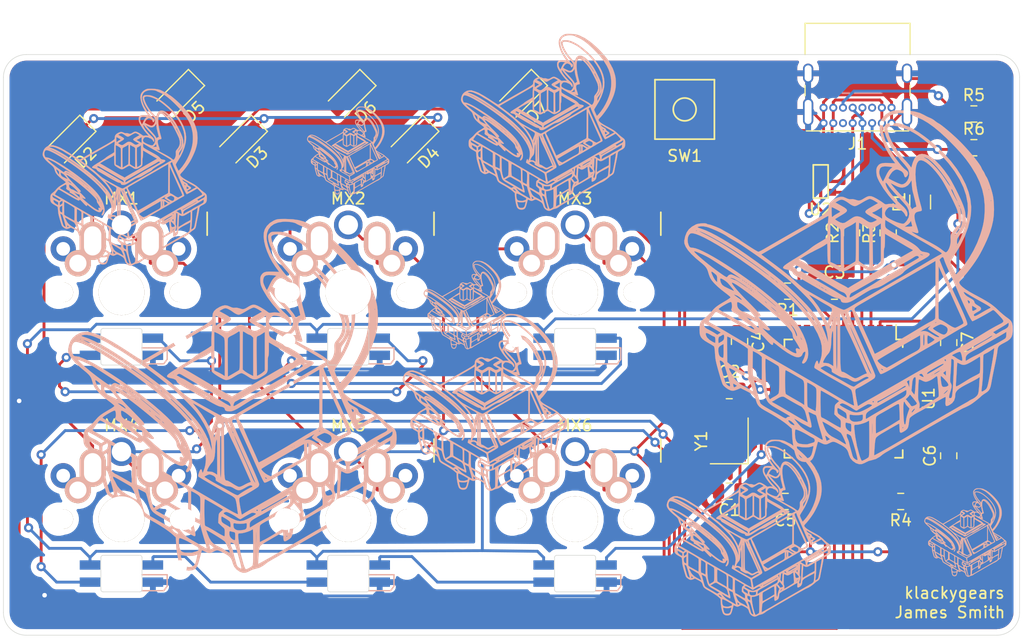
<source format=kicad_pcb>
(kicad_pcb (version 20171130) (host pcbnew "(5.1.5)-3")
  (layers (0 F.Cu signal) (31 B.Cu signal) (34 B.Paste user) (35 F.Paste user) (36 B.SilkS user) (37 F.SilkS user) (38 B.Mask user) (39 F.Mask user) (44 Edge.Cuts user))
  (net 0 "")
  (net 1 GND)
  (net 2 "Net-(C1-Pad1)")
  (net 3 "Net-(C2-Pad1)")
  (net 4 "Net-(C3-Pad1)")
  (net 5 +5V)
  (net 6 "Net-(D2-Pad2)")
  (net 7 ROW0)
  (net 8 "Net-(D3-Pad2)")
  (net 9 "Net-(D4-Pad2)")
  (net 10 "Net-(D5-Pad2)")
  (net 11 ROW1)
  (net 12 "Net-(D6-Pad2)")
  (net 13 "Net-(D7-Pad2)")
  (net 14 VCC)
  (net 15 "Net-(D8-Pad1)")
  (net 16 "Net-(D10-Pad1)")
  (net 17 "Net-(D10-Pad3)")
  (net 18 "Net-(D11-Pad3)")
  (net 19 "Net-(D11-Pad1)")
  (net 20 "Net-(R1-Pad2)")
  (net 21 D+)
  (net 22 "Net-(R2-Pad1)")
  (net 23 D-)
  (net 24 "Net-(R3-Pad1)")
  (net 25 "Net-(R4-Pad2)")
  (net 26 "Net-(U1-Pad42)")
  (net 27 "Net-(U1-Pad41)")
  (net 28 "Net-(U1-Pad40)")
  (net 29 "Net-(U1-Pad39)")
  (net 30 "Net-(U1-Pad38)")
  (net 31 "Net-(U1-Pad37)")
  (net 32 "Net-(U1-Pad36)")
  (net 33 "Net-(U1-Pad32)")
  (net 34 "Net-(U1-Pad31)")
  (net 35 "Net-(U1-Pad25)")
  (net 36 "Net-(U1-Pad22)")
  (net 37 "Net-(U1-Pad20)")
  (net 38 "Net-(U1-Pad12)")
  (net 39 "Net-(U1-Pad11)")
  (net 40 "Net-(U1-Pad10)")
  (net 41 "Net-(U1-Pad9)")
  (net 42 "Net-(U1-Pad8)")
  (net 43 "Net-(U1-Pad1)")
  (net 44 COL0)
  (net 45 COL1)
  (net 46 COL2)
  (net 47 "Net-(D12-Pad3)")
  (net 48 "Net-(D13-Pad3)")
  (net 49 "Net-(U1-Pad19)")
  (net 50 "Net-(U1-Pad18)")
  (net 51 "Net-(J1-PadB5)")
  (net 52 "Net-(J1-PadB8)")
  (net 53 "Net-(J1-PadA8)")
  (net 54 "Net-(J1-PadA5)")
  (module KiCadImages:GearLogo_smallsolder (layer F.Cu) (at 115.5 42.5)
    (fp_text reference G*** hide)
    (fp_text value LOGO hide)
  )
  (module KiCadImages:FlyingMX_medsilk (layer B.Cu) (at 59.9 40.7 180)
    (fp_text reference G*** hide)
    (fp_text value LOGO hide)
  )
  (module KiCadImages:FlyingMX_medsilk (layer B.Cu) (at 91.4 60.4 180)
    (fp_text reference G*** hide)
    (fp_text value LOGO hide)
  )
  (module KiCadImages:FlyingMX_smallsilk (layer B.Cu) (at 90 51.9 180)
    (fp_text reference G*** hide)
    (fp_text value LOGO hide)
  )
  (module KiCadImages:FlyingMX_smallsilk (layer B.Cu) (at 133.8 71.8 180)
    (fp_text reference G*** hide)
    (fp_text value LOGO hide)
  )
  (module KiCadImages:FlyingMX_medsilk (layer B.Cu) (at 114.5 71.4 180)
    (fp_text reference G*** hide)
    (fp_text value LOGO hide)
  )
  (module KiCadImages:FlyingMX_largesilk (layer B.Cu) (at 122.5 50.3 180)
    (fp_text reference G*** hide)
    (fp_text value LOGO hide)
  )
  (module KiCadImages:FlyingMX_smallsilk (layer B.Cu) (at 79.8 38.4 180)
    (fp_text reference G*** hide)
    (fp_text value LOGO hide)
  )
  (module KiCadImages:FlyingMX_medsilk (layer B.Cu) (at 96.5 35.9 180)
    (fp_text reference G*** hide)
    (fp_text value LOGO hide)
  )
  (module KiCadImages:FlyingMX_largesilk (layer B.Cu) (at 68.6 59.8 180)
    (fp_text reference G*** hide)
    (fp_text value LOGO hide)
  )
  (module random-keyboard-parts:SOT143B (layer F.Cu) (at 121.5 41.1)
    (fp_text reference U2 (at 0 2.45) (layer F.SilkS))
    (fp_text value PRTR5V0U2X)
    (pad 1 smd rect (at -1 -0.75 270) (size 1 0.7) (layers F.Cu F.Paste F.Mask) (net 1 GND))
    (pad 4 smd rect (at 1 -0.95 270) (size 0.6 0.7) (layers F.Cu F.Paste F.Mask) (net 14 VCC))
    (pad 2 smd rect (at -1 0.95 270) (size 0.6 0.7) (layers F.Cu F.Paste F.Mask) (net 21 D+))
    (pad 3 smd rect (at 1 0.95 270) (size 0.6 0.7) (layers F.Cu F.Paste F.Mask) (net 23 D-))
  )
  (module Connector_USB:USB_C_Receptacle_GCT_USB4085 (layer F.Cu) (at 127.7 36 180)
    (fp_text reference J1 (at 2.975 -1.8) (layer F.SilkS))
    (fp_text value USB_C_Receptacle)
    (pad S1 thru_hole oval (at 7.3 4.36 180) (size 0.9 1.7) (drill oval 0.6 1.4) (layers *.Cu *.Mask) (net 1 GND))
    (pad S1 thru_hole oval (at -1.35 4.36 180) (size 0.9 1.7) (drill oval 0.6 1.4) (layers *.Cu *.Mask) (net 1 GND))
    (pad S1 thru_hole oval (at 7.3 0.98 180) (size 0.9 2.4) (drill oval 0.6 2.1) (layers *.Cu *.Mask) (net 1 GND))
    (pad S1 thru_hole oval (at -1.35 0.98 180) (size 0.9 2.4) (drill oval 0.6 2.1) (layers *.Cu *.Mask) (net 1 GND))
    (pad B6 thru_hole circle (at 3.4 1.35 180) (size 0.7 0.7) (drill 0.4) (layers *.Cu *.Mask) (net 21 D+))
    (pad B1 thru_hole circle (at 5.95 1.35 180) (size 0.7 0.7) (drill 0.4) (layers *.Cu *.Mask) (net 1 GND))
    (pad B4 thru_hole circle (at 5.1 1.35 180) (size 0.7 0.7) (drill 0.4) (layers *.Cu *.Mask) (net 14 VCC))
    (pad B5 thru_hole circle (at 4.25 1.35 180) (size 0.7 0.7) (drill 0.4) (layers *.Cu *.Mask) (net 51 "Net-(J1-PadB5)"))
    (pad B12 thru_hole circle (at 0 1.35 180) (size 0.7 0.7) (drill 0.4) (layers *.Cu *.Mask) (net 1 GND))
    (pad B8 thru_hole circle (at 1.7 1.35 180) (size 0.7 0.7) (drill 0.4) (layers *.Cu *.Mask) (net 52 "Net-(J1-PadB8)"))
    (pad B7 thru_hole circle (at 2.55 1.35 180) (size 0.7 0.7) (drill 0.4) (layers *.Cu *.Mask) (net 23 D-))
    (pad B9 thru_hole circle (at 0.85 1.35 180) (size 0.7 0.7) (drill 0.4) (layers *.Cu *.Mask) (net 14 VCC))
    (pad A12 thru_hole circle (at 5.95 0 180) (size 0.7 0.7) (drill 0.4) (layers *.Cu *.Mask) (net 1 GND))
    (pad A9 thru_hole circle (at 5.1 0 180) (size 0.7 0.7) (drill 0.4) (layers *.Cu *.Mask) (net 14 VCC))
    (pad A8 thru_hole circle (at 4.25 0 180) (size 0.7 0.7) (drill 0.4) (layers *.Cu *.Mask) (net 53 "Net-(J1-PadA8)"))
    (pad A7 thru_hole circle (at 3.4 0 180) (size 0.7 0.7) (drill 0.4) (layers *.Cu *.Mask) (net 23 D-))
    (pad A6 thru_hole circle (at 2.55 0 180) (size 0.7 0.7) (drill 0.4) (layers *.Cu *.Mask) (net 21 D+))
    (pad A5 thru_hole circle (at 1.7 0 180) (size 0.7 0.7) (drill 0.4) (layers *.Cu *.Mask) (net 54 "Net-(J1-PadA5)"))
    (pad A4 thru_hole circle (at 0.85 0 180) (size 0.7 0.7) (drill 0.4) (layers *.Cu *.Mask) (net 14 VCC))
    (pad A1 thru_hole circle (at 0 0 180) (size 0.7 0.7) (drill 0.4) (layers *.Cu *.Mask) (net 1 GND))
  )
  (module Fuse:Fuse_1206_3216Metric (layer F.Cu) (at 130.2 42.9 90)
    (fp_text reference F1 (at 0 -1.82 90) (layer F.SilkS))
    (fp_text value 500mA)
    (pad 2 smd roundrect (at 1.4 0 90) (size 1.25 1.75) (layers F.Cu F.Paste F.Mask) (roundrect_rratio 0.2) (net 14 VCC))
    (pad 1 smd roundrect (at -1.4 0 90) (size 1.25 1.75) (layers F.Cu F.Paste F.Mask) (roundrect_rratio 0.2) (net 5 +5V))
  )
  (module Resistor_SMD:R_0805_2012Metric (layer F.Cu) (at 134.9 38.15)
    (fp_text reference R6 (at 0 -1.65) (layer F.SilkS))
    (fp_text value 5.1k)
    (pad 2 smd roundrect (at 0.9375 0) (size 0.975 1.4) (layers F.Cu F.Paste F.Mask) (net 1 GND))
    (pad 1 smd roundrect (at -0.9375 0) (size 0.975 1.4) (layers F.Cu F.Paste F.Mask) (net 54 "Net-(J1-PadA5)"))
  )
  (module Resistor_SMD:R_0805_2012Metric (layer F.Cu) (at 134.9 35.2)
    (fp_text reference R5 (at 0 -1.65) (layer F.SilkS))
    (fp_text value 5.1k)
    (pad 2 smd roundrect (at 0.9375 0) (size 0.975 1.4) (layers F.Cu F.Paste F.Mask) (net 1 GND))
    (pad 1 smd roundrect (at -0.9375 0) (size 0.975 1.4) (layers F.Cu F.Paste F.Mask) (net 51 "Net-(J1-PadB5)"))
  )
  (module Universal-Switch-Footprint:MX-ALPs-PG1350-FLIP (layer F.Cu) (at 60.325 70.64375)
    (fp_text reference MX4 (at 0 -8.2) (layer F.SilkS))
    (fp_text value MX-NoLED)
    (pad "" np_thru_hole circle (at 0 0 270) (size 3.4 3.4) (drill 3.4) (layers *.Cu *.Mask))
    (pad "" np_thru_hole circle (at -5.5 0 270) (size 1.9 1.9) (drill 1.9) (layers *.Cu *.Mask))
    (pad "" np_thru_hole circle (at 5.5 0 270) (size 1.9 1.9) (drill 1.9) (layers *.Cu *.Mask))
    (pad 1 thru_hole circle (at 5 -3.8 270) (size 2.2 2.2) (drill 1.2) (layers *.Cu *.Mask) (net 44 COL0))
    (pad 1 thru_hole circle (at 0 -5.9 270) (size 2.5 2.5) (drill 1.7) (layers *.Cu *.Mask) (net 44 COL0))
    (pad "" np_thru_hole circle (at -5.22 4.2 270) (size 1.2 1.2) (drill 1.2) (layers *.Cu *.Mask))
    (pad 2 thru_hole circle (at -5.09498 -3.8 270) (size 2.2 2.2) (drill 1.2) (layers *.Cu *.Mask) (net 10 "Net-(D5-Pad2)"))
    (pad "" np_thru_hole circle (at 5.12502 4.2 270) (size 1.2 1.2) (drill 1.2) (layers *.Cu *.Mask))
    (pad 2 thru_hole circle (at -3.81 -2.54) (size 2.286 2.286) (drill 1.4986) (layers *.Cu *.SilkS *.Mask) (net 10 "Net-(D5-Pad2)"))
    (pad 1 thru_hole circle (at 3.81 -2.54) (size 2.286 2.286) (drill 1.4986) (layers *.Cu *.SilkS *.Mask) (net 44 COL0))
    (pad 2 thru_hole oval (at -2.52 -4.5) (size 2.3 3.337) (drill oval 1.513 2.55) (layers *.Cu *.SilkS *.Mask) (net 10 "Net-(D5-Pad2)"))
    (pad 1 thru_hole oval (at 2.52 -4.5) (size 2.3 3.337) (drill oval 1.513 2.55) (layers *.Cu *.SilkS *.Mask) (net 44 COL0))
    (pad HOLE thru_hole circle (at 0 0) (size 3.9878 3.9878) (drill 3.9878) (layers *.Cu *.Mask F.SilkS))
    (pad HOLE thru_hole circle (at -5.08 0) (size 1.7018 1.7018) (drill 1.7018) (layers *.Cu *.Mask F.SilkS))
    (pad HOLE thru_hole circle (at 5.08 0) (size 1.7018 1.7018) (drill 1.7018) (layers *.Cu *.Mask F.SilkS))
  )
  (module Package_QFP:TQFP-44_10x10mm_P0.8mm (layer F.Cu) (at 123.5 60.1 270)
    (fp_text reference U1 (at 0 -7.45 90) (layer F.SilkS))
    (fp_text value ATmega32U4-AU)
    (pad 44 smd rect (at -4 -5.7) (size 1.5 0.55) (layers F.Cu F.Paste F.Mask) (net 5 +5V))
    (pad 43 smd rect (at -3.2 -5.7) (size 1.5 0.55) (layers F.Cu F.Paste F.Mask) (net 1 GND))
    (pad 42 smd rect (at -2.4 -5.7) (size 1.5 0.55) (layers F.Cu F.Paste F.Mask) (net 26 "Net-(U1-Pad42)"))
    (pad 41 smd rect (at -1.6 -5.7) (size 1.5 0.55) (layers F.Cu F.Paste F.Mask) (net 27 "Net-(U1-Pad41)"))
    (pad 40 smd rect (at -0.8 -5.7) (size 1.5 0.55) (layers F.Cu F.Paste F.Mask) (net 28 "Net-(U1-Pad40)"))
    (pad 39 smd rect (at 0 -5.7) (size 1.5 0.55) (layers F.Cu F.Paste F.Mask) (net 29 "Net-(U1-Pad39)"))
    (pad 38 smd rect (at 0.8 -5.7) (size 1.5 0.55) (layers F.Cu F.Paste F.Mask) (net 30 "Net-(U1-Pad38)"))
    (pad 37 smd rect (at 1.6 -5.7) (size 1.5 0.55) (layers F.Cu F.Paste F.Mask) (net 31 "Net-(U1-Pad37)"))
    (pad 36 smd rect (at 2.4 -5.7) (size 1.5 0.55) (layers F.Cu F.Paste F.Mask) (net 32 "Net-(U1-Pad36)"))
    (pad 35 smd rect (at 3.2 -5.7) (size 1.5 0.55) (layers F.Cu F.Paste F.Mask) (net 1 GND))
    (pad 34 smd rect (at 4 -5.7) (size 1.5 0.55) (layers F.Cu F.Paste F.Mask) (net 5 +5V))
    (pad 33 smd rect (at 5.7 -4 270) (size 1.5 0.55) (layers F.Cu F.Paste F.Mask) (net 25 "Net-(R4-Pad2)"))
    (pad 32 smd rect (at 5.7 -3.2 270) (size 1.5 0.55) (layers F.Cu F.Paste F.Mask) (net 33 "Net-(U1-Pad32)"))
    (pad 31 smd rect (at 5.7 -2.4 270) (size 1.5 0.55) (layers F.Cu F.Paste F.Mask) (net 34 "Net-(U1-Pad31)"))
    (pad 30 smd rect (at 5.7 -1.6 270) (size 1.5 0.55) (layers F.Cu F.Paste F.Mask) (net 46 COL2))
    (pad 29 smd rect (at 5.7 -0.8 270) (size 1.5 0.55) (layers F.Cu F.Paste F.Mask) (net 45 COL1))
    (pad 28 smd rect (at 5.7 0 270) (size 1.5 0.55) (layers F.Cu F.Paste F.Mask) (net 44 COL0))
    (pad 27 smd rect (at 5.7 0.8 270) (size 1.5 0.55) (layers F.Cu F.Paste F.Mask) (net 7 ROW0))
    (pad 26 smd rect (at 5.7 1.6 270) (size 1.5 0.55) (layers F.Cu F.Paste F.Mask) (net 11 ROW1))
    (pad 25 smd rect (at 5.7 2.4 270) (size 1.5 0.55) (layers F.Cu F.Paste F.Mask) (net 35 "Net-(U1-Pad25)"))
    (pad 24 smd rect (at 5.7 3.2 270) (size 1.5 0.55) (layers F.Cu F.Paste F.Mask) (net 5 +5V))
    (pad 23 smd rect (at 5.7 4 270) (size 1.5 0.55) (layers F.Cu F.Paste F.Mask) (net 1 GND))
    (pad 22 smd rect (at 4 5.7) (size 1.5 0.55) (layers F.Cu F.Paste F.Mask) (net 36 "Net-(U1-Pad22)"))
    (pad 21 smd rect (at 3.2 5.7) (size 1.5 0.55) (layers F.Cu F.Paste F.Mask) (net 48 "Net-(D13-Pad3)"))
    (pad 20 smd rect (at 2.4 5.7) (size 1.5 0.55) (layers F.Cu F.Paste F.Mask) (net 37 "Net-(U1-Pad20)"))
    (pad 19 smd rect (at 1.6 5.7) (size 1.5 0.55) (layers F.Cu F.Paste F.Mask) (net 49 "Net-(U1-Pad19)"))
    (pad 18 smd rect (at 0.8 5.7) (size 1.5 0.55) (layers F.Cu F.Paste F.Mask) (net 50 "Net-(U1-Pad18)"))
    (pad 17 smd rect (at 0 5.7) (size 1.5 0.55) (layers F.Cu F.Paste F.Mask) (net 2 "Net-(C1-Pad1)"))
    (pad 16 smd rect (at -0.8 5.7) (size 1.5 0.55) (layers F.Cu F.Paste F.Mask) (net 3 "Net-(C2-Pad1)"))
    (pad 15 smd rect (at -1.6 5.7) (size 1.5 0.55) (layers F.Cu F.Paste F.Mask) (net 1 GND))
    (pad 14 smd rect (at -2.4 5.7) (size 1.5 0.55) (layers F.Cu F.Paste F.Mask) (net 5 +5V))
    (pad 13 smd rect (at -3.2 5.7) (size 1.5 0.55) (layers F.Cu F.Paste F.Mask) (net 20 "Net-(R1-Pad2)"))
    (pad 12 smd rect (at -4 5.7) (size 1.5 0.55) (layers F.Cu F.Paste F.Mask) (net 38 "Net-(U1-Pad12)"))
    (pad 11 smd rect (at -5.7 4 270) (size 1.5 0.55) (layers F.Cu F.Paste F.Mask) (net 39 "Net-(U1-Pad11)"))
    (pad 10 smd rect (at -5.7 3.2 270) (size 1.5 0.55) (layers F.Cu F.Paste F.Mask) (net 40 "Net-(U1-Pad10)"))
    (pad 9 smd rect (at -5.7 2.4 270) (size 1.5 0.55) (layers F.Cu F.Paste F.Mask) (net 41 "Net-(U1-Pad9)"))
    (pad 8 smd rect (at -5.7 1.6 270) (size 1.5 0.55) (layers F.Cu F.Paste F.Mask) (net 42 "Net-(U1-Pad8)"))
    (pad 7 smd rect (at -5.7 0.8 270) (size 1.5 0.55) (layers F.Cu F.Paste F.Mask) (net 5 +5V))
    (pad 6 smd rect (at -5.7 0 270) (size 1.5 0.55) (layers F.Cu F.Paste F.Mask) (net 4 "Net-(C3-Pad1)"))
    (pad 5 smd rect (at -5.7 -0.8 270) (size 1.5 0.55) (layers F.Cu F.Paste F.Mask) (net 1 GND))
    (pad 4 smd rect (at -5.7 -1.6 270) (size 1.5 0.55) (layers F.Cu F.Paste F.Mask) (net 22 "Net-(R2-Pad1)"))
    (pad 3 smd rect (at -5.7 -2.4 270) (size 1.5 0.55) (layers F.Cu F.Paste F.Mask) (net 24 "Net-(R3-Pad1)"))
    (pad 2 smd rect (at -5.7 -3.2 270) (size 1.5 0.55) (layers F.Cu F.Paste F.Mask) (net 5 +5V))
    (pad 1 smd rect (at -5.7 -4 270) (size 1.5 0.55) (layers F.Cu F.Paste F.Mask) (net 43 "Net-(U1-Pad1)"))
  )
  (module Capacitor_SMD:C_0805_2012Metric (layer F.Cu) (at 113.5 59.4)
    (fp_text reference C2 (at 0 -1.65) (layer F.SilkS))
    (fp_text value 22pF)
    (pad 2 smd roundrect (at 0.9375 0) (size 0.975 1.4) (layers F.Cu F.Paste F.Mask) (net 1 GND))
    (pad 1 smd roundrect (at -0.9375 0) (size 0.975 1.4) (layers F.Cu F.Paste F.Mask) (net 3 "Net-(C2-Pad1)"))
  )
  (module Capacitor_SMD:C_0805_2012Metric (layer F.Cu) (at 113.5 68.2 180)
    (fp_text reference C1 (at 0 -1.65) (layer F.SilkS))
    (fp_text value 22pF)
    (pad 2 smd roundrect (at 0.9375 0 180) (size 0.975 1.4) (layers F.Cu F.Paste F.Mask) (net 1 GND))
    (pad 1 smd roundrect (at -0.9375 0 180) (size 0.975 1.4) (layers F.Cu F.Paste F.Mask) (net 2 "Net-(C1-Pad1)"))
  )
  (module Crystal:Crystal_SMD_3225-4Pin_3.2x2.5mm (layer F.Cu) (at 113.5 63.8 90)
    (fp_text reference Y1 (at 0 -2.45 90) (layer F.SilkS))
    (fp_text value 16MHz)
    (pad 4 smd rect (at -1.1 -0.85 90) (size 1.4 1.2) (layers F.Cu F.Paste F.Mask) (net 1 GND))
    (pad 3 smd rect (at 1.1 -0.85 90) (size 1.4 1.2) (layers F.Cu F.Paste F.Mask) (net 3 "Net-(C2-Pad1)"))
    (pad 2 smd rect (at 1.1 0.85 90) (size 1.4 1.2) (layers F.Cu F.Paste F.Mask) (net 1 GND))
    (pad 1 smd rect (at -1.1 0.85 90) (size 1.4 1.2) (layers F.Cu F.Paste F.Mask) (net 2 "Net-(C1-Pad1)"))
  )
  (module Universal-Switch-Footprint:MX-ALPs-PG1350-FLIP (layer F.Cu) (at 100.0125 70.64375)
    (fp_text reference MX6 (at 0 -8.2) (layer F.SilkS))
    (fp_text value MX-NoLED)
    (pad "" np_thru_hole circle (at 0 0 270) (size 3.4 3.4) (drill 3.4) (layers *.Cu *.Mask))
    (pad "" np_thru_hole circle (at -5.5 0 270) (size 1.9 1.9) (drill 1.9) (layers *.Cu *.Mask))
    (pad "" np_thru_hole circle (at 5.5 0 270) (size 1.9 1.9) (drill 1.9) (layers *.Cu *.Mask))
    (pad 1 thru_hole circle (at 5 -3.8 270) (size 2.2 2.2) (drill 1.2) (layers *.Cu *.Mask) (net 46 COL2))
    (pad 1 thru_hole circle (at 0 -5.9 270) (size 2.5 2.5) (drill 1.7) (layers *.Cu *.Mask) (net 46 COL2))
    (pad "" np_thru_hole circle (at -5.22 4.2 270) (size 1.2 1.2) (drill 1.2) (layers *.Cu *.Mask))
    (pad 2 thru_hole circle (at -5.09498 -3.8 270) (size 2.2 2.2) (drill 1.2) (layers *.Cu *.Mask) (net 13 "Net-(D7-Pad2)"))
    (pad "" np_thru_hole circle (at 5.12502 4.2 270) (size 1.2 1.2) (drill 1.2) (layers *.Cu *.Mask))
    (pad 2 thru_hole circle (at -3.81 -2.54) (size 2.286 2.286) (drill 1.4986) (layers *.Cu *.SilkS *.Mask) (net 13 "Net-(D7-Pad2)"))
    (pad 1 thru_hole circle (at 3.81 -2.54) (size 2.286 2.286) (drill 1.4986) (layers *.Cu *.SilkS *.Mask) (net 46 COL2))
    (pad 2 thru_hole oval (at -2.52 -4.5) (size 2.3 3.337) (drill oval 1.513 2.55) (layers *.Cu *.SilkS *.Mask) (net 13 "Net-(D7-Pad2)"))
    (pad 1 thru_hole oval (at 2.52 -4.5) (size 2.3 3.337) (drill oval 1.513 2.55) (layers *.Cu *.SilkS *.Mask) (net 46 COL2))
    (pad HOLE thru_hole circle (at 0 0) (size 3.9878 3.9878) (drill 3.9878) (layers *.Cu *.Mask F.SilkS))
    (pad HOLE thru_hole circle (at -5.08 0) (size 1.7018 1.7018) (drill 1.7018) (layers *.Cu *.Mask F.SilkS))
    (pad HOLE thru_hole circle (at 5.08 0) (size 1.7018 1.7018) (drill 1.7018) (layers *.Cu *.Mask F.SilkS))
  )
  (module Universal-Switch-Footprint:MX-ALPs-PG1350-FLIP (layer F.Cu) (at 80.16875 70.64375)
    (fp_text reference MX5 (at 0 -8.2) (layer F.SilkS))
    (fp_text value MX-NoLED)
    (pad "" np_thru_hole circle (at 0 0 270) (size 3.4 3.4) (drill 3.4) (layers *.Cu *.Mask))
    (pad "" np_thru_hole circle (at -5.5 0 270) (size 1.9 1.9) (drill 1.9) (layers *.Cu *.Mask))
    (pad "" np_thru_hole circle (at 5.5 0 270) (size 1.9 1.9) (drill 1.9) (layers *.Cu *.Mask))
    (pad 1 thru_hole circle (at 5 -3.8 270) (size 2.2 2.2) (drill 1.2) (layers *.Cu *.Mask) (net 45 COL1))
    (pad 1 thru_hole circle (at 0 -5.9 270) (size 2.5 2.5) (drill 1.7) (layers *.Cu *.Mask) (net 45 COL1))
    (pad "" np_thru_hole circle (at -5.22 4.2 270) (size 1.2 1.2) (drill 1.2) (layers *.Cu *.Mask))
    (pad 2 thru_hole circle (at -5.09498 -3.8 270) (size 2.2 2.2) (drill 1.2) (layers *.Cu *.Mask) (net 12 "Net-(D6-Pad2)"))
    (pad "" np_thru_hole circle (at 5.12502 4.2 270) (size 1.2 1.2) (drill 1.2) (layers *.Cu *.Mask))
    (pad 2 thru_hole circle (at -3.81 -2.54) (size 2.286 2.286) (drill 1.4986) (layers *.Cu *.SilkS *.Mask) (net 12 "Net-(D6-Pad2)"))
    (pad 1 thru_hole circle (at 3.81 -2.54) (size 2.286 2.286) (drill 1.4986) (layers *.Cu *.SilkS *.Mask) (net 45 COL1))
    (pad 2 thru_hole oval (at -2.52 -4.5) (size 2.3 3.337) (drill oval 1.513 2.55) (layers *.Cu *.SilkS *.Mask) (net 12 "Net-(D6-Pad2)"))
    (pad 1 thru_hole oval (at 2.52 -4.5) (size 2.3 3.337) (drill oval 1.513 2.55) (layers *.Cu *.SilkS *.Mask) (net 45 COL1))
    (pad HOLE thru_hole circle (at 0 0) (size 3.9878 3.9878) (drill 3.9878) (layers *.Cu *.Mask F.SilkS))
    (pad HOLE thru_hole circle (at -5.08 0) (size 1.7018 1.7018) (drill 1.7018) (layers *.Cu *.Mask F.SilkS))
    (pad HOLE thru_hole circle (at 5.08 0) (size 1.7018 1.7018) (drill 1.7018) (layers *.Cu *.Mask F.SilkS))
  )
  (module Diode_SMD:D_SOD-123 (layer F.Cu) (at 55.8 37.6 225)
    (fp_text reference D2 (at 0 -2 45) (layer F.SilkS))
    (fp_text value SOD-123)
    (pad 2 smd rect (at 1.65 0 225) (size 0.9 1.2) (layers F.Cu F.Paste F.Mask) (net 6 "Net-(D2-Pad2)"))
    (pad 1 smd rect (at -1.65 0 225) (size 0.9 1.2) (layers F.Cu F.Paste F.Mask) (net 7 ROW0))
  )
  (module Universal-Switch-Footprint:MX-ALPs-PG1350-FLIP (layer F.Cu) (at 100.0125 50.8)
    (fp_text reference MX3 (at 0 -8.2) (layer F.SilkS))
    (fp_text value MX-NoLED)
    (pad "" np_thru_hole circle (at 0 0 270) (size 3.4 3.4) (drill 3.4) (layers *.Cu *.Mask))
    (pad "" np_thru_hole circle (at -5.5 0 270) (size 1.9 1.9) (drill 1.9) (layers *.Cu *.Mask))
    (pad "" np_thru_hole circle (at 5.5 0 270) (size 1.9 1.9) (drill 1.9) (layers *.Cu *.Mask))
    (pad 1 thru_hole circle (at 5 -3.8 270) (size 2.2 2.2) (drill 1.2) (layers *.Cu *.Mask) (net 46 COL2))
    (pad 1 thru_hole circle (at 0 -5.9 270) (size 2.5 2.5) (drill 1.7) (layers *.Cu *.Mask) (net 46 COL2))
    (pad "" np_thru_hole circle (at -5.22 4.2 270) (size 1.2 1.2) (drill 1.2) (layers *.Cu *.Mask))
    (pad 2 thru_hole circle (at -5.09498 -3.8 270) (size 2.2 2.2) (drill 1.2) (layers *.Cu *.Mask) (net 9 "Net-(D4-Pad2)"))
    (pad "" np_thru_hole circle (at 5.12502 4.2 270) (size 1.2 1.2) (drill 1.2) (layers *.Cu *.Mask))
    (pad 2 thru_hole circle (at -3.81 -2.54) (size 2.286 2.286) (drill 1.4986) (layers *.Cu *.SilkS *.Mask) (net 9 "Net-(D4-Pad2)"))
    (pad 1 thru_hole circle (at 3.81 -2.54) (size 2.286 2.286) (drill 1.4986) (layers *.Cu *.SilkS *.Mask) (net 46 COL2))
    (pad 2 thru_hole oval (at -2.52 -4.5) (size 2.3 3.337) (drill oval 1.513 2.55) (layers *.Cu *.SilkS *.Mask) (net 9 "Net-(D4-Pad2)"))
    (pad 1 thru_hole oval (at 2.52 -4.5) (size 2.3 3.337) (drill oval 1.513 2.55) (layers *.Cu *.SilkS *.Mask) (net 46 COL2))
    (pad HOLE thru_hole circle (at 0 0) (size 3.9878 3.9878) (drill 3.9878) (layers *.Cu *.Mask F.SilkS))
    (pad HOLE thru_hole circle (at -5.08 0) (size 1.7018 1.7018) (drill 1.7018) (layers *.Cu *.Mask F.SilkS))
    (pad HOLE thru_hole circle (at 5.08 0) (size 1.7018 1.7018) (drill 1.7018) (layers *.Cu *.Mask F.SilkS))
  )
  (module Universal-Switch-Footprint:MX-ALPs-PG1350-FLIP (layer F.Cu) (at 80.16875 50.8)
    (fp_text reference MX2 (at 0 -8.2) (layer F.SilkS))
    (fp_text value MX-NoLED)
    (pad "" np_thru_hole circle (at 0 0 270) (size 3.4 3.4) (drill 3.4) (layers *.Cu *.Mask))
    (pad "" np_thru_hole circle (at -5.5 0 270) (size 1.9 1.9) (drill 1.9) (layers *.Cu *.Mask))
    (pad "" np_thru_hole circle (at 5.5 0 270) (size 1.9 1.9) (drill 1.9) (layers *.Cu *.Mask))
    (pad 1 thru_hole circle (at 5 -3.8 270) (size 2.2 2.2) (drill 1.2) (layers *.Cu *.Mask) (net 45 COL1))
    (pad 1 thru_hole circle (at 0 -5.9 270) (size 2.5 2.5) (drill 1.7) (layers *.Cu *.Mask) (net 45 COL1))
    (pad "" np_thru_hole circle (at -5.22 4.2 270) (size 1.2 1.2) (drill 1.2) (layers *.Cu *.Mask))
    (pad 2 thru_hole circle (at -5.09498 -3.8 270) (size 2.2 2.2) (drill 1.2) (layers *.Cu *.Mask) (net 8 "Net-(D3-Pad2)"))
    (pad "" np_thru_hole circle (at 5.12502 4.2 270) (size 1.2 1.2) (drill 1.2) (layers *.Cu *.Mask))
    (pad 2 thru_hole circle (at -3.81 -2.54) (size 2.286 2.286) (drill 1.4986) (layers *.Cu *.SilkS *.Mask) (net 8 "Net-(D3-Pad2)"))
    (pad 1 thru_hole circle (at 3.81 -2.54) (size 2.286 2.286) (drill 1.4986) (layers *.Cu *.SilkS *.Mask) (net 45 COL1))
    (pad 2 thru_hole oval (at -2.52 -4.5) (size 2.3 3.337) (drill oval 1.513 2.55) (layers *.Cu *.SilkS *.Mask) (net 8 "Net-(D3-Pad2)"))
    (pad 1 thru_hole oval (at 2.52 -4.5) (size 2.3 3.337) (drill oval 1.513 2.55) (layers *.Cu *.SilkS *.Mask) (net 45 COL1))
    (pad HOLE thru_hole circle (at 0 0) (size 3.9878 3.9878) (drill 3.9878) (layers *.Cu *.Mask F.SilkS))
    (pad HOLE thru_hole circle (at -5.08 0) (size 1.7018 1.7018) (drill 1.7018) (layers *.Cu *.Mask F.SilkS))
    (pad HOLE thru_hole circle (at 5.08 0) (size 1.7018 1.7018) (drill 1.7018) (layers *.Cu *.Mask F.SilkS))
  )
  (module Universal-Switch-Footprint:MX-ALPs-PG1350-FLIP (layer F.Cu) (at 60.325 50.8)
    (fp_text reference MX1 (at 0 -8.2) (layer F.SilkS))
    (fp_text value MX-NoLED)
    (pad "" np_thru_hole circle (at 0 0 270) (size 3.4 3.4) (drill 3.4) (layers *.Cu *.Mask))
    (pad "" np_thru_hole circle (at -5.5 0 270) (size 1.9 1.9) (drill 1.9) (layers *.Cu *.Mask))
    (pad "" np_thru_hole circle (at 5.5 0 270) (size 1.9 1.9) (drill 1.9) (layers *.Cu *.Mask))
    (pad 1 thru_hole circle (at 5 -3.8 270) (size 2.2 2.2) (drill 1.2) (layers *.Cu *.Mask) (net 44 COL0))
    (pad 1 thru_hole circle (at 0 -5.9 270) (size 2.5 2.5) (drill 1.7) (layers *.Cu *.Mask) (net 44 COL0))
    (pad "" np_thru_hole circle (at -5.22 4.2 270) (size 1.2 1.2) (drill 1.2) (layers *.Cu *.Mask))
    (pad 2 thru_hole circle (at -5.09498 -3.8 270) (size 2.2 2.2) (drill 1.2) (layers *.Cu *.Mask) (net 6 "Net-(D2-Pad2)"))
    (pad "" np_thru_hole circle (at 5.12502 4.2 270) (size 1.2 1.2) (drill 1.2) (layers *.Cu *.Mask))
    (pad 2 thru_hole circle (at -3.81 -2.54) (size 2.286 2.286) (drill 1.4986) (layers *.Cu *.SilkS *.Mask) (net 6 "Net-(D2-Pad2)"))
    (pad 1 thru_hole circle (at 3.81 -2.54) (size 2.286 2.286) (drill 1.4986) (layers *.Cu *.SilkS *.Mask) (net 44 COL0))
    (pad 2 thru_hole oval (at -2.52 -4.5) (size 2.3 3.337) (drill oval 1.513 2.55) (layers *.Cu *.SilkS *.Mask) (net 6 "Net-(D2-Pad2)"))
    (pad 1 thru_hole oval (at 2.52 -4.5) (size 2.3 3.337) (drill oval 1.513 2.55) (layers *.Cu *.SilkS *.Mask) (net 44 COL0))
    (pad HOLE thru_hole circle (at 0 0) (size 3.9878 3.9878) (drill 3.9878) (layers *.Cu *.Mask F.SilkS))
    (pad HOLE thru_hole circle (at -5.08 0) (size 1.7018 1.7018) (drill 1.7018) (layers *.Cu *.Mask F.SilkS))
    (pad HOLE thru_hole circle (at 5.08 0) (size 1.7018 1.7018) (drill 1.7018) (layers *.Cu *.Mask F.SilkS))
  )
  (module random-keyboard-parts:SKQG-1155865 (layer F.Cu) (at 109.6 34.8)
    (fp_text reference SW1 (at 0 4.064) (layer F.SilkS))
    (fp_text value SW_Push)
    (pad 1 smd rect (at 3.1 1.85) (size 1.8 1.1) (layers F.Cu F.Paste F.Mask) (net 1 GND))
    (pad 2 smd rect (at -3.1 -1.85) (size 1.8 1.1) (layers F.Cu F.Paste F.Mask) (net 20 "Net-(R1-Pad2)"))
    (pad 3 smd rect (at 3.1 -1.85) (size 1.8 1.1) (layers F.Cu F.Paste F.Mask))
    (pad 4 smd rect (at -3.1 1.85) (size 1.8 1.1) (layers F.Cu F.Paste F.Mask))
  )
  (module Resistor_SMD:R_0805_2012Metric (layer F.Cu) (at 128.5 69.1 180)
    (fp_text reference R4 (at 0 -1.65) (layer F.SilkS))
    (fp_text value 10k)
    (pad 2 smd roundrect (at 0.9375 0 180) (size 0.975 1.4) (layers F.Cu F.Paste F.Mask) (net 25 "Net-(R4-Pad2)"))
    (pad 1 smd roundrect (at -0.9375 0 180) (size 0.975 1.4) (layers F.Cu F.Paste F.Mask) (net 1 GND))
  )
  (module Resistor_SMD:R_0805_2012Metric (layer F.Cu) (at 127.4 45.6 90)
    (fp_text reference R3 (at 0 -1.65 90) (layer F.SilkS))
    (fp_text value 22)
    (pad 2 smd roundrect (at 0.9375 0 90) (size 0.975 1.4) (layers F.Cu F.Paste F.Mask) (net 23 D-))
    (pad 1 smd roundrect (at -0.9375 0 90) (size 0.975 1.4) (layers F.Cu F.Paste F.Mask) (net 24 "Net-(R3-Pad1)"))
  )
  (module Resistor_SMD:R_0805_2012Metric (layer F.Cu) (at 124.2 45.6 90)
    (fp_text reference R2 (at 0 -1.65 90) (layer F.SilkS))
    (fp_text value 22)
    (pad 2 smd roundrect (at 0.9375 0 90) (size 0.975 1.4) (layers F.Cu F.Paste F.Mask) (net 21 D+))
    (pad 1 smd roundrect (at -0.9375 0 90) (size 0.975 1.4) (layers F.Cu F.Paste F.Mask) (net 22 "Net-(R2-Pad1)"))
  )
  (module Resistor_SMD:R_0805_2012Metric (layer F.Cu) (at 118.6 50.7 180)
    (fp_text reference R1 (at 0 -1.65) (layer F.SilkS))
    (fp_text value 10k)
    (pad 2 smd roundrect (at 0.9375 0 180) (size 0.975 1.4) (layers F.Cu F.Paste F.Mask) (net 20 "Net-(R1-Pad2)"))
    (pad 1 smd roundrect (at -0.9375 0 180) (size 0.975 1.4) (layers F.Cu F.Paste F.Mask) (net 5 +5V))
  )
  (module KiCadLibs:SK6812MINI-E (layer F.Cu) (at 100.0125 75.40625)
    (fp_text reference D13)
    (fp_text value SK6812MINI)
    (fp_line (start 1.8 -1.4) (end 1.8 1.4) (layer Edge.Cuts) (width 0.05))
    (fp_line (start -1.6 -1.6) (end 1.6 -1.6) (layer Edge.Cuts) (width 0.05))
    (fp_line (start -1.8 1.4) (end -1.8 -1.4) (layer Edge.Cuts) (width 0.05))
    (fp_line (start 1.6 1.6) (end -1.6 1.6) (layer Edge.Cuts) (width 0.05))
    (fp_arc (start 1.6 -1.4) (end 1.8 -1.4) (angle -90) (layer Edge.Cuts) (width 0.05))
    (fp_arc (start -1.6 -1.4) (end -1.6 -1.6) (angle -90) (layer Edge.Cuts) (width 0.05))
    (fp_arc (start -1.6 1.4) (end -1.8 1.4) (angle -90) (layer Edge.Cuts) (width 0.05))
    (fp_arc (start 1.6 1.4) (end 1.6 1.6) (angle -90) (layer Edge.Cuts) (width 0.05))
    (pad 2 smd rect (at 2.75 0.75 180) (size 1.8 0.82) (layers B.Cu B.Paste B.Mask) (net 1 GND))
    (pad 3 smd rect (at 2.75 -0.75 180) (size 1.8 0.82) (layers B.Cu B.Paste B.Mask) (net 48 "Net-(D13-Pad3)"))
    (pad 4 smd rect (at -2.75 -0.75 180) (size 1.8 0.82) (layers B.Cu B.Paste B.Mask) (net 14 VCC))
    (pad 1 smd rect (at -2.75 0.75 180) (size 1.8 0.82) (layers B.Cu B.Paste B.Mask) (net 47 "Net-(D12-Pad3)"))
  )
  (module KiCadLibs:SK6812MINI-E (layer F.Cu) (at 80.16875 75.40625)
    (fp_text reference D12)
    (fp_text value SK6812MINI)
    (fp_line (start 1.8 -1.4) (end 1.8 1.4) (layer Edge.Cuts) (width 0.05))
    (fp_line (start -1.6 -1.6) (end 1.6 -1.6) (layer Edge.Cuts) (width 0.05))
    (fp_line (start -1.8 1.4) (end -1.8 -1.4) (layer Edge.Cuts) (width 0.05))
    (fp_line (start 1.6 1.6) (end -1.6 1.6) (layer Edge.Cuts) (width 0.05))
    (fp_arc (start 1.6 -1.4) (end 1.8 -1.4) (angle -90) (layer Edge.Cuts) (width 0.05))
    (fp_arc (start -1.6 -1.4) (end -1.6 -1.6) (angle -90) (layer Edge.Cuts) (width 0.05))
    (fp_arc (start -1.6 1.4) (end -1.8 1.4) (angle -90) (layer Edge.Cuts) (width 0.05))
    (fp_arc (start 1.6 1.4) (end 1.6 1.6) (angle -90) (layer Edge.Cuts) (width 0.05))
    (pad 2 smd rect (at 2.75 0.75 180) (size 1.8 0.82) (layers B.Cu B.Paste B.Mask) (net 1 GND))
    (pad 3 smd rect (at 2.75 -0.75 180) (size 1.8 0.82) (layers B.Cu B.Paste B.Mask) (net 47 "Net-(D12-Pad3)"))
    (pad 4 smd rect (at -2.75 -0.75 180) (size 1.8 0.82) (layers B.Cu B.Paste B.Mask) (net 14 VCC))
    (pad 1 smd rect (at -2.75 0.75 180) (size 1.8 0.82) (layers B.Cu B.Paste B.Mask) (net 18 "Net-(D11-Pad3)"))
  )
  (module KiCadLibs:SK6812MINI-E (layer F.Cu) (at 60.325 75.40625)
    (fp_text reference D11)
    (fp_text value SK6812MINI)
    (fp_line (start 1.8 -1.4) (end 1.8 1.4) (layer Edge.Cuts) (width 0.05))
    (fp_line (start -1.6 -1.6) (end 1.6 -1.6) (layer Edge.Cuts) (width 0.05))
    (fp_line (start -1.8 1.4) (end -1.8 -1.4) (layer Edge.Cuts) (width 0.05))
    (fp_line (start 1.6 1.6) (end -1.6 1.6) (layer Edge.Cuts) (width 0.05))
    (fp_arc (start 1.6 -1.4) (end 1.8 -1.4) (angle -90) (layer Edge.Cuts) (width 0.05))
    (fp_arc (start -1.6 -1.4) (end -1.6 -1.6) (angle -90) (layer Edge.Cuts) (width 0.05))
    (fp_arc (start -1.6 1.4) (end -1.8 1.4) (angle -90) (layer Edge.Cuts) (width 0.05))
    (fp_arc (start 1.6 1.4) (end 1.6 1.6) (angle -90) (layer Edge.Cuts) (width 0.05))
    (pad 2 smd rect (at 2.75 0.75 180) (size 1.8 0.82) (layers B.Cu B.Paste B.Mask) (net 1 GND))
    (pad 3 smd rect (at 2.75 -0.75 180) (size 1.8 0.82) (layers B.Cu B.Paste B.Mask) (net 18 "Net-(D11-Pad3)"))
    (pad 4 smd rect (at -2.75 -0.75 180) (size 1.8 0.82) (layers B.Cu B.Paste B.Mask) (net 14 VCC))
    (pad 1 smd rect (at -2.75 0.75 180) (size 1.8 0.82) (layers B.Cu B.Paste B.Mask) (net 19 "Net-(D11-Pad1)"))
  )
  (module KiCadLibs:SK6812MINI-E (layer F.Cu) (at 100.0125 55.5625)
    (fp_text reference D10)
    (fp_text value SK6812MINI)
    (fp_line (start 1.8 -1.4) (end 1.8 1.4) (layer Edge.Cuts) (width 0.05))
    (fp_line (start -1.6 -1.6) (end 1.6 -1.6) (layer Edge.Cuts) (width 0.05))
    (fp_line (start -1.8 1.4) (end -1.8 -1.4) (layer Edge.Cuts) (width 0.05))
    (fp_line (start 1.6 1.6) (end -1.6 1.6) (layer Edge.Cuts) (width 0.05))
    (fp_arc (start 1.6 -1.4) (end 1.8 -1.4) (angle -90) (layer Edge.Cuts) (width 0.05))
    (fp_arc (start -1.6 -1.4) (end -1.6 -1.6) (angle -90) (layer Edge.Cuts) (width 0.05))
    (fp_arc (start -1.6 1.4) (end -1.8 1.4) (angle -90) (layer Edge.Cuts) (width 0.05))
    (fp_arc (start 1.6 1.4) (end 1.6 1.6) (angle -90) (layer Edge.Cuts) (width 0.05))
    (pad 2 smd rect (at 2.75 0.75 180) (size 1.8 0.82) (layers B.Cu B.Paste B.Mask) (net 1 GND))
    (pad 3 smd rect (at 2.75 -0.75 180) (size 1.8 0.82) (layers B.Cu B.Paste B.Mask) (net 17 "Net-(D10-Pad3)"))
    (pad 4 smd rect (at -2.75 -0.75 180) (size 1.8 0.82) (layers B.Cu B.Paste B.Mask) (net 14 VCC))
    (pad 1 smd rect (at -2.75 0.75 180) (size 1.8 0.82) (layers B.Cu B.Paste B.Mask) (net 16 "Net-(D10-Pad1)"))
  )
  (module KiCadLibs:SK6812MINI-E (layer F.Cu) (at 80.16875 55.5625)
    (fp_text reference D9)
    (fp_text value SK6812MINI)
    (fp_line (start 1.8 -1.4) (end 1.8 1.4) (layer Edge.Cuts) (width 0.05))
    (fp_line (start -1.6 -1.6) (end 1.6 -1.6) (layer Edge.Cuts) (width 0.05))
    (fp_line (start -1.8 1.4) (end -1.8 -1.4) (layer Edge.Cuts) (width 0.05))
    (fp_line (start 1.6 1.6) (end -1.6 1.6) (layer Edge.Cuts) (width 0.05))
    (fp_arc (start 1.6 -1.4) (end 1.8 -1.4) (angle -90) (layer Edge.Cuts) (width 0.05))
    (fp_arc (start -1.6 -1.4) (end -1.6 -1.6) (angle -90) (layer Edge.Cuts) (width 0.05))
    (fp_arc (start -1.6 1.4) (end -1.8 1.4) (angle -90) (layer Edge.Cuts) (width 0.05))
    (fp_arc (start 1.6 1.4) (end 1.6 1.6) (angle -90) (layer Edge.Cuts) (width 0.05))
    (pad 2 smd rect (at 2.75 0.75 180) (size 1.8 0.82) (layers B.Cu B.Paste B.Mask) (net 1 GND))
    (pad 3 smd rect (at 2.75 -0.75 180) (size 1.8 0.82) (layers B.Cu B.Paste B.Mask) (net 15 "Net-(D8-Pad1)"))
    (pad 4 smd rect (at -2.75 -0.75 180) (size 1.8 0.82) (layers B.Cu B.Paste B.Mask) (net 14 VCC))
    (pad 1 smd rect (at -2.75 0.75 180) (size 1.8 0.82) (layers B.Cu B.Paste B.Mask) (net 17 "Net-(D10-Pad3)"))
  )
  (module KiCadLibs:SK6812MINI-E (layer F.Cu) (at 60.325 55.5625)
    (fp_text reference D8)
    (fp_text value SK6812MINI)
    (fp_line (start 1.8 -1.4) (end 1.8 1.4) (layer Edge.Cuts) (width 0.05))
    (fp_line (start -1.6 -1.6) (end 1.6 -1.6) (layer Edge.Cuts) (width 0.05))
    (fp_line (start -1.8 1.4) (end -1.8 -1.4) (layer Edge.Cuts) (width 0.05))
    (fp_line (start 1.6 1.6) (end -1.6 1.6) (layer Edge.Cuts) (width 0.05))
    (fp_arc (start 1.6 -1.4) (end 1.8 -1.4) (angle -90) (layer Edge.Cuts) (width 0.05))
    (fp_arc (start -1.6 -1.4) (end -1.6 -1.6) (angle -90) (layer Edge.Cuts) (width 0.05))
    (fp_arc (start -1.6 1.4) (end -1.8 1.4) (angle -90) (layer Edge.Cuts) (width 0.05))
    (fp_arc (start 1.6 1.4) (end 1.6 1.6) (angle -90) (layer Edge.Cuts) (width 0.05))
    (pad 2 smd rect (at 2.75 0.75 180) (size 1.8 0.82) (layers B.Cu B.Paste B.Mask) (net 1 GND))
    (pad 3 smd rect (at 2.75 -0.75 180) (size 1.8 0.82) (layers B.Cu B.Paste B.Mask) (net 19 "Net-(D11-Pad1)"))
    (pad 4 smd rect (at -2.75 -0.75 180) (size 1.8 0.82) (layers B.Cu B.Paste B.Mask) (net 14 VCC))
    (pad 1 smd rect (at -2.75 0.75 180) (size 1.8 0.82) (layers B.Cu B.Paste B.Mask) (net 15 "Net-(D8-Pad1)"))
  )
  (module Diode_SMD:D_SOD-123 (layer F.Cu) (at 95.3 33.6 225)
    (fp_text reference D7 (at 0 -2 45) (layer F.SilkS))
    (fp_text value SOD-123)
    (pad 2 smd rect (at 1.65 0 225) (size 0.9 1.2) (layers F.Cu F.Paste F.Mask) (net 13 "Net-(D7-Pad2)"))
    (pad 1 smd rect (at -1.65 0 225) (size 0.9 1.2) (layers F.Cu F.Paste F.Mask) (net 11 ROW1))
  )
  (module Diode_SMD:D_SOD-123 (layer F.Cu) (at 80.3 33.6 225)
    (fp_text reference D6 (at 0 -2 45) (layer F.SilkS))
    (fp_text value SOD-123)
    (pad 2 smd rect (at 1.65 0 225) (size 0.9 1.2) (layers F.Cu F.Paste F.Mask) (net 12 "Net-(D6-Pad2)"))
    (pad 1 smd rect (at -1.65 0 225) (size 0.9 1.2) (layers F.Cu F.Paste F.Mask) (net 11 ROW1))
  )
  (module Diode_SMD:D_SOD-123 (layer F.Cu) (at 65.3 33.6 225)
    (fp_text reference D5 (at 0 -2 45) (layer F.SilkS))
    (fp_text value SOD-123)
    (pad 2 smd rect (at 1.65 0 225) (size 0.9 1.2) (layers F.Cu F.Paste F.Mask) (net 10 "Net-(D5-Pad2)"))
    (pad 1 smd rect (at -1.65 0 225) (size 0.9 1.2) (layers F.Cu F.Paste F.Mask) (net 11 ROW1))
  )
  (module Diode_SMD:D_SOD-123 (layer F.Cu) (at 85.8 37.6 225)
    (fp_text reference D4 (at 0 -2 45) (layer F.SilkS))
    (fp_text value SOD-123)
    (pad 2 smd rect (at 1.65 0 225) (size 0.9 1.2) (layers F.Cu F.Paste F.Mask) (net 9 "Net-(D4-Pad2)"))
    (pad 1 smd rect (at -1.65 0 225) (size 0.9 1.2) (layers F.Cu F.Paste F.Mask) (net 7 ROW0))
  )
  (module Diode_SMD:D_SOD-123 (layer F.Cu) (at 70.8 37.6 225)
    (fp_text reference D3 (at 0 -2 45) (layer F.SilkS))
    (fp_text value SOD-123)
    (pad 2 smd rect (at 1.65 0 225) (size 0.9 1.2) (layers F.Cu F.Paste F.Mask) (net 8 "Net-(D3-Pad2)"))
    (pad 1 smd rect (at -1.65 0 225) (size 0.9 1.2) (layers F.Cu F.Paste F.Mask) (net 7 ROW0))
  )
  (module Capacitor_SMD:C_0805_2012Metric (layer F.Cu) (at 132.7 55.2 270)
    (fp_text reference C7 (at 0 -1.65 270) (layer F.SilkS))
    (fp_text value 10uF)
    (pad 2 smd roundrect (at 0.9375 0 270) (size 0.975 1.4) (layers F.Cu F.Paste F.Mask) (net 1 GND))
    (pad 1 smd roundrect (at -0.9375 0 270) (size 0.975 1.4) (layers F.Cu F.Paste F.Mask) (net 5 +5V))
  )
  (module Capacitor_SMD:C_0805_2012Metric (layer F.Cu) (at 132.7 65.1 90)
    (fp_text reference C6 (at 0 -1.65 90) (layer F.SilkS))
    (fp_text value 0.1uF)
    (pad 2 smd roundrect (at 0.9375 0 90) (size 0.975 1.4) (layers F.Cu F.Paste F.Mask) (net 1 GND))
    (pad 1 smd roundrect (at -0.9375 0 90) (size 0.975 1.4) (layers F.Cu F.Paste F.Mask) (net 5 +5V))
  )
  (module Capacitor_SMD:C_0805_2012Metric (layer F.Cu) (at 118.4 69.1 180)
    (fp_text reference C5 (at 0 -1.65) (layer F.SilkS))
    (fp_text value 0.1uF)
    (pad 2 smd roundrect (at 0.9375 0 180) (size 0.975 1.4) (layers F.Cu F.Paste F.Mask) (net 1 GND))
    (pad 1 smd roundrect (at -0.9375 0 180) (size 0.975 1.4) (layers F.Cu F.Paste F.Mask) (net 5 +5V))
  )
  (module Capacitor_SMD:C_0805_2012Metric (layer F.Cu) (at 114.4 55.1 270)
    (fp_text reference C4 (at 0 -1.65 270) (layer F.SilkS))
    (fp_text value 0.1uF)
    (pad 2 smd roundrect (at 0.9375 0 270) (size 0.975 1.4) (layers F.Cu F.Paste F.Mask) (net 1 GND))
    (pad 1 smd roundrect (at -0.9375 0 270) (size 0.975 1.4) (layers F.Cu F.Paste F.Mask) (net 5 +5V))
  )
  (module Capacitor_SMD:C_0805_2012Metric (layer F.Cu) (at 122.7 50.7)
    (fp_text reference C3 (at 0 -1.65 180) (layer F.SilkS))
    (fp_text value 1uF)
    (pad 2 smd roundrect (at 0.9375 0) (size 0.975 1.4) (layers F.Cu F.Paste F.Mask) (net 1 GND))
    (pad 1 smd roundrect (at -0.9375 0) (size 0.975 1.4) (layers F.Cu F.Paste F.Mask) (net 4 "Net-(C3-Pad1)"))
  )
  (gr_text "James Smith" (at 132.8 78.8) (layer F.SilkS) (effects (font (size 1 1))))
  (gr_line (start 52 30) (end 136.9 30) (layer Edge.Cuts) (width 0.05))
  (gr_line (start 50 78.8) (end 50 32) (layer Edge.Cuts) (width 0.05))
  (gr_line (start 136.9 80.8) (end 52 80.8) (layer Edge.Cuts) (width 0.05))
  (gr_line (start 138.9 32) (end 138.9 78.8) (layer Edge.Cuts) (width 0.05))
  (gr_arc (start 52 32) (end 52 30) (angle -90) (layer Edge.Cuts) (width 0.05))
  (gr_arc (start 52 78.8) (end 50 78.8) (angle -90) (layer Edge.Cuts) (width 0.05))
  (gr_arc (start 136.9 78.8) (end 136.9 80.8) (angle -90) (layer Edge.Cuts) (width 0.05))
  (gr_arc (start 136.9 32) (end 138.9 32) (angle -90) (layer Edge.Cuts) (width 0.05))
  (gr_text klackygears (at 133.2 77.1) (layer F.SilkS) (effects (font (size 1 1))))
  (segment (start 124.3 53.4) (end 124.3 54.4) (width 0.25) (layer F.Cu) (net 1))
  (segment (start 82.370148 77.364852) (end 82.91875 76.81625) (width 0.25) (layer B.Cu) (net 1))
  (segment (start 63.075 76.81625) (end 63.623602 77.364852) (width 0.25) (layer B.Cu) (net 1))
  (segment (start 102.213898 77.364852) (end 102.7625 76.81625) (width 0.25) (layer B.Cu) (net 1))
  (segment (start 82.91875 76.81625) (end 83.467352 77.364852) (width 0.25) (layer B.Cu) (net 1))
  (segment (start 102.7625 76.81625) (end 102.7625 76.15625) (width 0.25) (layer B.Cu) (net 1))
  (segment (start 82.91875 76.15625) (end 82.91875 76.81625) (width 0.25) (layer B.Cu) (net 1))
  (segment (start 68.664852 77.364852) (end 69.464852 77.364852) (width 0.25) (layer B.Cu) (net 1))
  (segment (start 68.664852 77.364852) (end 82.370148 77.364852) (width 0.25) (layer B.Cu) (net 1))
  (segment (start 63.623602 77.364852) (end 68.664852 77.364852) (width 0.25) (layer B.Cu) (net 1))
  (segment (start 124.3 51.3625) (end 124.3 54.4) (width 0.25) (layer F.Cu) (net 1))
  (segment (start 123.6375 50.7) (end 124.3 51.3625) (width 0.25) (layer F.Cu) (net 1))
  (segment (start 118.8 58.5) (end 117.8 58.5) (width 0.25) (layer F.Cu) (net 1))
  (segment (start 124.3 55.4) (end 121.2 58.5) (width 0.25) (layer F.Cu) (net 1))
  (segment (start 125.8 56.9) (end 128.2 56.9) (width 0.25) (layer F.Cu) (net 1))
  (segment (start 128.2 56.9) (end 129.2 56.9) (width 0.25) (layer F.Cu) (net 1))
  (segment (start 124.3 54.4) (end 124.3 55.4) (width 0.25) (layer F.Cu) (net 1))
  (segment (start 125.7 60.8) (end 125.7 56.9) (width 0.25) (layer F.Cu) (net 1))
  (segment (start 124.3 55.4) (end 125.7 56.9) (width 0.25) (layer F.Cu) (net 1))
  (segment (start 129.2 63.3) (end 128.2 63.3) (width 0.25) (layer F.Cu) (net 1))
  (segment (start 125.7 56.9) (end 125.8 56.9) (width 0.25) (layer F.Cu) (net 1))
  (segment (start 131.8375 63.3) (end 132.7 64.1625) (width 0.25) (layer F.Cu) (net 1))
  (segment (start 129.2 63.3) (end 131.8375 63.3) (width 0.25) (layer F.Cu) (net 1))
  (segment (start 117.4625 68.4) (end 117.4625 69.1) (width 0.25) (layer F.Cu) (net 1))
  (segment (start 117.4625 67.3125) (end 117.4625 68.4) (width 0.25) (layer F.Cu) (net 1))
  (segment (start 118.975 65.8) (end 117.4625 67.3125) (width 0.25) (layer F.Cu) (net 1))
  (segment (start 119.5 65.8) (end 118.975 65.8) (width 0.25) (layer F.Cu) (net 1))
  (segment (start 119.5 65.8) (end 119.5 64.8) (width 0.25) (layer F.Cu) (net 1))
  (segment (start 121.2 58.5) (end 119.5 58.5) (width 0.25) (layer F.Cu) (net 1))
  (segment (start 119.5 64.8) (end 119.5 58.5) (width 0.25) (layer F.Cu) (net 1))
  (segment (start 119.5 58.5) (end 118.8 58.5) (width 0.25) (layer F.Cu) (net 1))
  (segment (start 131.9375 56.9) (end 132.7 56.1375) (width 0.25) (layer F.Cu) (net 1))
  (segment (start 129.2 56.9) (end 131.9375 56.9) (width 0.25) (layer F.Cu) (net 1))
  (segment (start 129.4375 69.1) (end 129.4375 66.127498) (width 0.25) (layer F.Cu) (net 1))
  (segment (start 127.3 63.989998) (end 127.3 62.5) (width 0.25) (layer F.Cu) (net 1))
  (segment (start 128.2 63.3) (end 127.3 62.5) (width 0.25) (layer F.Cu) (net 1))
  (segment (start 129.4375 66.127498) (end 127.3 63.989998) (width 0.25) (layer F.Cu) (net 1))
  (segment (start 127.3 62.5) (end 125.7 60.8) (width 0.25) (layer F.Cu) (net 1))
  (segment (start 112.65 64.9) (end 112.65 64.5) (width 0.25) (layer F.Cu) (net 1))
  (segment (start 114.35 59.4875) (end 114.4375 59.4) (width 0.25) (layer F.Cu) (net 1))
  (segment (start 114.35 62.8) (end 114.35 62.7) (width 0.25) (layer F.Cu) (net 1))
  (segment (start 114.35 62.7) (end 114.35 59.4875) (width 0.25) (layer F.Cu) (net 1))
  (segment (start 112.65 68.1125) (end 112.5625 68.2) (width 0.25) (layer F.Cu) (net 1))
  (segment (start 112.65 64.5) (end 114.35 62.8) (width 0.25) (layer F.Cu) (net 1))
  (segment (start 112.65 64.9) (end 112.65 68.1125) (width 0.25) (layer F.Cu) (net 1))
  (segment (start 115.825 58.5) (end 116.8 58.5) (width 0.25) (layer F.Cu) (net 1))
  (segment (start 114.925 59.4) (end 115.825 58.5) (width 0.25) (layer F.Cu) (net 1))
  (segment (start 114.4375 59.4) (end 114.925 59.4) (width 0.25) (layer F.Cu) (net 1))
  (segment (start 116.8 58.5) (end 117.8 58.5) (width 0.25) (layer F.Cu) (net 1))
  (segment (start 114.885527 56.523027) (end 114.885527 56.585527) (width 0.25) (layer F.Cu) (net 1))
  (segment (start 114.885527 56.585527) (end 116.8 58.5) (width 0.25) (layer F.Cu) (net 1))
  (segment (start 114.4 56.0375) (end 114.885527 56.523027) (width 0.25) (layer F.Cu) (net 1))
  (segment (start 83.45876 57.51251) (end 82.91875 56.9725) (width 0.25) (layer B.Cu) (net 1))
  (segment (start 102.7625 56.9725) (end 102.22249 57.51251) (width 0.25) (layer B.Cu) (net 1))
  (segment (start 102.7625 56.3125) (end 102.7625 56.9725) (width 0.25) (layer B.Cu) (net 1))
  (segment (start 63.61501 57.51251) (end 63.075 56.9725) (width 0.25) (layer B.Cu) (net 1))
  (segment (start 63.075 56.9725) (end 63.075 56.3125) (width 0.25) (layer B.Cu) (net 1))
  (segment (start 82.37874 57.51251) (end 63.61501 57.51251) (width 0.25) (layer B.Cu) (net 1))
  (segment (start 82.91875 56.9725) (end 82.37874 57.51251) (width 0.25) (layer B.Cu) (net 1))
  (segment (start 82.91875 56.3125) (end 82.91875 56.9725) (width 0.25) (layer B.Cu) (net 1))
  (segment (start 63.075 56.9725) (end 62.4475 57.6) (width 0.25) (layer B.Cu) (net 1))
  (segment (start 62.4475 57.6) (end 54.075 57.6) (width 0.25) (layer B.Cu) (net 1))
  (via (at 51.375 60.3) (size 0.8) (drill 0.4) (layers F.Cu B.Cu) (net 1))
  (segment (start 54.075 57.6) (end 51.375 60.3) (width 0.25) (layer B.Cu) (net 1))
  (via (at 53.6 77.3) (size 0.8) (drill 0.4) (layers F.Cu B.Cu) (net 1))
  (segment (start 51.375 60.3) (end 51.375 75.075) (width 0.25) (layer F.Cu) (net 1))
  (segment (start 51.375 75.075) (end 53.6 77.3) (width 0.25) (layer F.Cu) (net 1))
  (segment (start 62.191251 77.699999) (end 63.075 76.81625) (width 0.25) (layer B.Cu) (net 1))
  (segment (start 53.999999 77.699999) (end 62.191251 77.699999) (width 0.25) (layer B.Cu) (net 1))
  (segment (start 63.075 76.81625) (end 63.075 76.15625) (width 0.25) (layer B.Cu) (net 1))
  (segment (start 53.6 77.3) (end 53.999999 77.699999) (width 0.25) (layer B.Cu) (net 1))
  (segment (start 83.467352 77.364852) (end 102.213898 77.364852) (width 0.25) (layer B.Cu) (net 1))
  (segment (start 102.22249 57.51251) (end 83.45876 57.51251) (width 0.25) (layer B.Cu) (net 1))
  (segment (start 136.323027 35.685527) (end 136.323027 37.664473) (width 0.25) (layer F.Cu) (net 1))
  (segment (start 136.323027 37.664473) (end 135.8375 38.15) (width 0.25) (layer F.Cu) (net 1))
  (segment (start 135.8375 35.2) (end 136.323027 35.685527) (width 0.25) (layer F.Cu) (net 1))
  (segment (start 122.380036 33.52499) (end 121.75 34.155026) (width 0.25) (layer F.Cu) (net 1))
  (segment (start 127.069964 33.52499) (end 122.380036 33.52499) (width 0.25) (layer F.Cu) (net 1))
  (segment (start 127.7 34.155026) (end 127.069964 33.52499) (width 0.25) (layer F.Cu) (net 1))
  (segment (start 121.75 34.155026) (end 121.75 34.65) (width 0.25) (layer F.Cu) (net 1))
  (segment (start 127.7 34.65) (end 127.7 34.155026) (width 0.25) (layer F.Cu) (net 1))
  (segment (start 121.75 36) (end 121.75 34.65) (width 0.25) (layer F.Cu) (net 1))
  (segment (start 127.7 34.65) (end 127.7 36) (width 0.25) (layer F.Cu) (net 1))
  (segment (start 119.9 40.35) (end 119.4 40.85) (width 0.25) (layer F.Cu) (net 1))
  (segment (start 120.5 40.35) (end 119.9 40.35) (width 0.25) (layer F.Cu) (net 1))
  (segment (start 119.4 40.85) (end 119.4 46.4) (width 0.25) (layer F.Cu) (net 1))
  (segment (start 119.4 46.3) (end 119.4 46.4) (width 0.25) (layer F.Cu) (net 1))
  (segment (start 119.4 46.4) (end 123.6375 50.7) (width 0.25) (layer F.Cu) (net 1))
  (segment (start 120.4 35.77) (end 120.4 35.02) (width 0.25) (layer F.Cu) (net 1))
  (segment (start 120.77 35.02) (end 121.75 36) (width 0.25) (layer F.Cu) (net 1))
  (segment (start 120.4 35.02) (end 120.77 35.02) (width 0.25) (layer F.Cu) (net 1))
  (segment (start 120.4 32.74) (end 120.4 35.02) (width 0.25) (layer F.Cu) (net 1))
  (segment (start 120.4 31.64) (end 120.4 32.74) (width 0.25) (layer F.Cu) (net 1))
  (segment (start 129.05 31.64) (end 129.05 35.02) (width 0.25) (layer F.Cu) (net 1))
  (segment (start 128.68 35.02) (end 127.7 36) (width 0.25) (layer F.Cu) (net 1))
  (segment (start 129.05 35.02) (end 128.68 35.02) (width 0.25) (layer F.Cu) (net 1))
  (segment (start 132.7375 32.1) (end 135.8375 35.2) (width 0.25) (layer F.Cu) (net 1))
  (segment (start 129.41 32.1) (end 132.7375 32.1) (width 0.25) (layer F.Cu) (net 1))
  (segment (start 120.4 36.47) (end 120.4 35.02) (width 0.25) (layer F.Cu) (net 1))
  (segment (start 120.22 36.65) (end 120.4 36.47) (width 0.25) (layer F.Cu) (net 1))
  (segment (start 112.7 36.65) (end 120.22 36.65) (width 0.25) (layer F.Cu) (net 1))
  (segment (start 121.75 36.494974) (end 121.75 36) (width 0.25) (layer F.Cu) (net 1))
  (segment (start 121.1 40.35) (end 121.75 39.7) (width 0.25) (layer F.Cu) (net 1))
  (segment (start 121.75 39.7) (end 121.75 36.494974) (width 0.25) (layer F.Cu) (net 1))
  (segment (start 120.5 40.35) (end 121.1 40.35) (width 0.25) (layer F.Cu) (net 1))
  (segment (start 114.4375 68.2) (end 114.4375 64.9875) (width 0.25) (layer F.Cu) (net 2))
  (segment (start 114.4375 64.9875) (end 114.35 64.9) (width 0.25) (layer F.Cu) (net 2))
  (segment (start 115.2 64.9) (end 115.8 64.3) (width 0.25) (layer F.Cu) (net 2))
  (segment (start 114.35 64.9) (end 115.2 64.9) (width 0.25) (layer F.Cu) (net 2))
  (segment (start 115.8 61.1) (end 116.8 60.1) (width 0.25) (layer F.Cu) (net 2))
  (segment (start 116.8 60.1) (end 117.8 60.1) (width 0.25) (layer F.Cu) (net 2))
  (segment (start 115.8 64.3) (end 115.8 61.1) (width 0.25) (layer F.Cu) (net 2))
  (segment (start 112.65 59.4875) (end 112.5625 59.4) (width 0.25) (layer F.Cu) (net 3))
  (segment (start 112.65 62.7) (end 112.65 59.4875) (width 0.25) (layer F.Cu) (net 3))
  (segment (start 112.5625 59.4) (end 112.5625 58.1375) (width 0.25) (layer F.Cu) (net 3))
  (via (at 116.2 59.3) (size 0.8) (drill 0.4) (layers F.Cu B.Cu) (net 3))
  (segment (start 117.8 59.3) (end 116.2 59.3) (width 0.25) (layer F.Cu) (net 3))
  (via (at 115 58.1) (size 0.8) (drill 0.4) (layers F.Cu B.Cu) (net 3))
  (segment (start 116.2 59.3) (end 115 58.1) (width 0.25) (layer B.Cu) (net 3))
  (segment (start 115 58.1) (end 114.2 57.3) (width 0.25) (layer F.Cu) (net 3))
  (segment (start 113.4 57.3) (end 112.5625 58.1375) (width 0.25) (layer F.Cu) (net 3))
  (segment (start 114.2 57.3) (end 113.4 57.3) (width 0.25) (layer F.Cu) (net 3))
  (segment (start 123.5 52.4375) (end 123.5 54.4) (width 0.25) (layer F.Cu) (net 4))
  (segment (start 121.7625 50.7) (end 123.5 52.4375) (width 0.25) (layer F.Cu) (net 4))
  (segment (start 130.7625 64.1) (end 132.7 66.0375) (width 0.25) (layer F.Cu) (net 5))
  (segment (start 129.2 64.1) (end 130.7625 64.1) (width 0.25) (layer F.Cu) (net 5))
  (segment (start 120.3 68.1375) (end 119.3375 69.1) (width 0.25) (layer F.Cu) (net 5))
  (segment (start 120.3 65.8) (end 120.3 68.1375) (width 0.25) (layer F.Cu) (net 5))
  (segment (start 114.4 54.1625) (end 114.4 54.53315) (width 0.25) (layer F.Cu) (net 5))
  (segment (start 122.7 53.4) (end 122.7 54.4) (width 0.25) (layer F.Cu) (net 5))
  (segment (start 122.7 53.375) (end 122.7 53.4) (width 0.25) (layer F.Cu) (net 5))
  (segment (start 120.025 50.7) (end 122.7 53.375) (width 0.25) (layer F.Cu) (net 5))
  (segment (start 119.5375 50.7) (end 120.025 50.7) (width 0.25) (layer F.Cu) (net 5))
  (segment (start 130.8625 56.1) (end 129.2 56.1) (width 0.25) (layer F.Cu) (net 5))
  (segment (start 114.4625 54.1) (end 114.4 54.1625) (width 0.25) (layer F.Cu) (net 5))
  (segment (start 133.5625 66.2) (end 135 66.2) (width 0.25) (layer F.Cu) (net 5))
  (segment (start 133.4 66.0375) (end 133.5625 66.2) (width 0.25) (layer F.Cu) (net 5))
  (segment (start 132.7 66.0375) (end 133.4 66.0375) (width 0.25) (layer F.Cu) (net 5))
  (segment (start 132.7 54.2625) (end 134.9625 54.2625) (width 0.25) (layer F.Cu) (net 5))
  (segment (start 134.9625 54.2625) (end 135 54.3) (width 0.25) (layer F.Cu) (net 5))
  (segment (start 135 54.3) (end 135 66.2) (width 0.25) (layer F.Cu) (net 5))
  (via (at 127.9 48.4) (size 0.8) (drill 0.4) (layers F.Cu B.Cu) (net 5))
  (segment (start 127.334315 48.4) (end 126.734315 49) (width 0.25) (layer B.Cu) (net 5))
  (segment (start 127.9 48.4) (end 127.334315 48.4) (width 0.25) (layer B.Cu) (net 5))
  (via (at 119.6 48.8) (size 0.8) (drill 0.4) (layers F.Cu B.Cu) (net 5))
  (segment (start 126.734315 49) (end 119.8 49) (width 0.25) (layer B.Cu) (net 5))
  (segment (start 119.8 49) (end 119.6 48.8) (width 0.25) (layer B.Cu) (net 5))
  (segment (start 119.6 50.6375) (end 119.5375 50.7) (width 0.25) (layer F.Cu) (net 5))
  (segment (start 119.6 48.8) (end 119.6 50.6375) (width 0.25) (layer F.Cu) (net 5))
  (segment (start 131.43125 55.53125) (end 131.4 55.5) (width 0.25) (layer F.Cu) (net 5))
  (segment (start 132.7 54.2625) (end 131.43125 55.53125) (width 0.25) (layer F.Cu) (net 5))
  (segment (start 131.43125 55.53125) (end 130.8625 56.1) (width 0.25) (layer F.Cu) (net 5))
  (segment (start 126.775001 53.324999) (end 126.7 53.4) (width 0.25) (layer F.Cu) (net 5))
  (segment (start 131.762499 53.324999) (end 126.775001 53.324999) (width 0.25) (layer F.Cu) (net 5))
  (segment (start 126.7 53.4) (end 126.7 54.4) (width 0.25) (layer F.Cu) (net 5))
  (segment (start 132.7 54.2625) (end 131.762499 53.324999) (width 0.25) (layer F.Cu) (net 5))
  (segment (start 116.8 57.7) (end 117.8 57.7) (width 0.25) (layer F.Cu) (net 5))
  (segment (start 115.42501 56.32501) (end 116.8 57.7) (width 0.25) (layer F.Cu) (net 5))
  (segment (start 115.42501 55.18751) (end 115.42501 56.32501) (width 0.25) (layer F.Cu) (net 5))
  (segment (start 114.4 54.1625) (end 115.42501 55.18751) (width 0.25) (layer F.Cu) (net 5))
  (segment (start 135 69.7) (end 131.2 73.5) (width 0.25) (layer F.Cu) (net 5))
  (segment (start 135 66.2) (end 135 69.7) (width 0.25) (layer F.Cu) (net 5))
  (segment (start 131.2 73.5) (end 126.5 73.5) (width 0.25) (layer F.Cu) (net 5))
  (via (at 126.5 73.5) (size 0.8) (drill 0.4) (layers F.Cu B.Cu) (net 5))
  (via (at 120.6 73.5) (size 0.8) (drill 0.4) (layers F.Cu B.Cu) (net 5))
  (segment (start 126.5 73.5) (end 120.6 73.5) (width 0.25) (layer B.Cu) (net 5))
  (segment (start 120.6 70.3625) (end 119.3375 69.1) (width 0.25) (layer F.Cu) (net 5))
  (segment (start 120.6 73.5) (end 120.6 70.3625) (width 0.25) (layer F.Cu) (net 5))
  (segment (start 113.28755 54.1625) (end 114.4 54.1625) (width 0.25) (layer F.Cu) (net 5))
  (segment (start 110.05005 57.4) (end 113.28755 54.1625) (width 0.25) (layer F.Cu) (net 5))
  (segment (start 110.05005 69.25005) (end 110.05005 57.4) (width 0.25) (layer F.Cu) (net 5))
  (segment (start 120.6 73.5) (end 114.3 73.5) (width 0.25) (layer F.Cu) (net 5))
  (segment (start 114.3 73.5) (end 110.05005 69.25005) (width 0.25) (layer F.Cu) (net 5))
  (segment (start 135 50.225) (end 135 50.5) (width 0.25) (layer F.Cu) (net 5))
  (segment (start 135 50.5) (end 135 54.3) (width 0.25) (layer F.Cu) (net 5))
  (segment (start 130.125 48.4) (end 130.9 47.625) (width 0.25) (layer F.Cu) (net 5))
  (segment (start 127.9 48.4) (end 130.125 48.4) (width 0.25) (layer F.Cu) (net 5))
  (segment (start 130.2 44.925) (end 131 45.725) (width 0.25) (layer F.Cu) (net 5))
  (segment (start 131 45.725) (end 131 47.2) (width 0.25) (layer F.Cu) (net 5))
  (segment (start 130.2 44.3) (end 130.2 44.925) (width 0.25) (layer F.Cu) (net 5))
  (segment (start 130.9 47.625) (end 131 47.2) (width 0.25) (layer F.Cu) (net 5))
  (segment (start 131 45.725) (end 131 46.2) (width 0.25) (layer F.Cu) (net 5))
  (segment (start 131 46.2) (end 135 50.2) (width 0.25) (layer F.Cu) (net 5))
  (segment (start 135 50.2) (end 135 50.225) (width 0.25) (layer F.Cu) (net 5))
  (segment (start 57.805 46.97) (end 56.515 48.26) (width 0.25) (layer F.Cu) (net 6))
  (segment (start 57.805 46.3) (end 57.805 46.97) (width 0.25) (layer F.Cu) (net 6))
  (segment (start 56.49002 48.26) (end 55.23002 47) (width 0.25) (layer F.Cu) (net 6))
  (segment (start 56.515 48.26) (end 56.49002 48.26) (width 0.25) (layer F.Cu) (net 6))
  (segment (start 57.805 41.938452) (end 54.633274 38.766726) (width 0.25) (layer F.Cu) (net 6))
  (segment (start 57.805 46.3) (end 57.805 41.938452) (width 0.25) (layer F.Cu) (net 6))
  (segment (start 121.9 77.3) (end 122.7 76.5) (width 0.25) (layer F.Cu) (net 7))
  (segment (start 96.554776 36.433274) (end 109.15003 49.028528) (width 0.25) (layer F.Cu) (net 7))
  (segment (start 109.15003 49.028528) (end 109.15003 74.65003) (width 0.25) (layer F.Cu) (net 7))
  (segment (start 122.7 76.5) (end 122.7 76.4) (width 0.25) (layer F.Cu) (net 7))
  (segment (start 86.966726 36.433274) (end 96.554776 36.433274) (width 0.25) (layer F.Cu) (net 7))
  (segment (start 109.15003 74.65003) (end 111.8 77.3) (width 0.25) (layer F.Cu) (net 7))
  (segment (start 122.7 76.4) (end 122.7 65.8) (width 0.25) (layer F.Cu) (net 7))
  (segment (start 111.8 77.3) (end 121.9 77.3) (width 0.25) (layer F.Cu) (net 7))
  (via (at 88 35.5) (size 0.8) (drill 0.4) (layers F.Cu B.Cu) (net 7))
  (segment (start 86.966726 36.433274) (end 87.066726 36.433274) (width 0.25) (layer F.Cu) (net 7))
  (segment (start 87.066726 36.433274) (end 88 35.5) (width 0.25) (layer F.Cu) (net 7))
  (segment (start 88 35.5) (end 72.9 35.5) (width 0.25) (layer B.Cu) (net 7))
  (via (at 72.8 35.6) (size 0.8) (drill 0.4) (layers F.Cu B.Cu) (net 7))
  (segment (start 72.9 35.5) (end 72.8 35.6) (width 0.25) (layer B.Cu) (net 7))
  (segment (start 72.8 35.6) (end 71.966726 36.433274) (width 0.25) (layer F.Cu) (net 7))
  (segment (start 72.8 35.6) (end 72.234315 35.6) (width 0.25) (layer B.Cu) (net 7))
  (via (at 57.9 35.6) (size 0.8) (drill 0.4) (layers F.Cu B.Cu) (net 7))
  (segment (start 72.234315 35.6) (end 57.9 35.6) (width 0.25) (layer B.Cu) (net 7))
  (segment (start 57.8 35.6) (end 56.966726 36.433274) (width 0.25) (layer F.Cu) (net 7))
  (segment (start 57.9 35.6) (end 57.8 35.6) (width 0.25) (layer F.Cu) (net 7))
  (segment (start 75.09875 47) (end 76.35875 48.26) (width 0.25) (layer F.Cu) (net 8))
  (segment (start 75.07377 47) (end 75.09875 47) (width 0.25) (layer F.Cu) (net 8))
  (segment (start 76.35875 47.59) (end 77.64875 46.3) (width 0.25) (layer F.Cu) (net 8))
  (segment (start 76.35875 48.26) (end 76.35875 47.59) (width 0.25) (layer F.Cu) (net 8))
  (segment (start 75.07377 44.207222) (end 69.633274 38.766726) (width 0.25) (layer F.Cu) (net 8))
  (segment (start 75.07377 47) (end 75.07377 44.207222) (width 0.25) (layer F.Cu) (net 8))
  (segment (start 94.9425 47) (end 96.2025 48.26) (width 0.25) (layer F.Cu) (net 9))
  (segment (start 94.91752 47) (end 94.9425 47) (width 0.25) (layer F.Cu) (net 9))
  (segment (start 96.2025 47.59) (end 97.4925 46.3) (width 0.25) (layer F.Cu) (net 9))
  (segment (start 96.2025 48.26) (end 96.2025 47.59) (width 0.25) (layer F.Cu) (net 9))
  (segment (start 92.866548 47) (end 84.633274 38.766726) (width 0.25) (layer F.Cu) (net 9))
  (segment (start 94.91752 47) (end 92.866548 47) (width 0.25) (layer F.Cu) (net 9))
  (segment (start 57.805 66.81375) (end 56.515 68.10375) (width 0.25) (layer F.Cu) (net 10))
  (segment (start 57.805 66.14375) (end 57.805 66.81375) (width 0.25) (layer F.Cu) (net 10))
  (segment (start 56.515 68.10375) (end 56.09625 68.10375) (width 0.25) (layer F.Cu) (net 10))
  (segment (start 55.23002 67.23752) (end 55.23002 66.84375) (width 0.25) (layer F.Cu) (net 10))
  (segment (start 56.09625 68.10375) (end 55.23002 67.23752) (width 0.25) (layer F.Cu) (net 10))
  (segment (start 63.496878 34.766726) (end 64.133274 34.766726) (width 0.25) (layer F.Cu) (net 10))
  (segment (start 57.32511 34.766726) (end 63.496878 34.766726) (width 0.25) (layer F.Cu) (net 10))
  (segment (start 53.549999 38.541837) (end 57.32511 34.766726) (width 0.25) (layer F.Cu) (net 10))
  (segment (start 53.549999 59.970249) (end 53.549999 38.541837) (width 0.25) (layer F.Cu) (net 10))
  (segment (start 57.805 64.22525) (end 53.549999 59.970249) (width 0.25) (layer F.Cu) (net 10))
  (segment (start 57.805 66.14375) (end 57.805 64.22525) (width 0.25) (layer F.Cu) (net 10))
  (segment (start 66.466726 32.433274) (end 81.466726 32.433274) (width 0.25) (layer F.Cu) (net 11))
  (segment (start 81.466726 32.433274) (end 96.466726 32.433274) (width 0.25) (layer F.Cu) (net 11))
  (segment (start 121.9 66.8) (end 121.9 65.8) (width 0.25) (layer F.Cu) (net 11))
  (segment (start 109.60004 45.566588) (end 109.60004 73.60004) (width 0.25) (layer F.Cu) (net 11))
  (segment (start 109.60004 73.60004) (end 112.5 76.5) (width 0.25) (layer F.Cu) (net 11))
  (segment (start 121.9 75.9) (end 121.9 66.8) (width 0.25) (layer F.Cu) (net 11))
  (segment (start 96.466726 32.433274) (end 109.60004 45.566588) (width 0.25) (layer F.Cu) (net 11))
  (segment (start 112.5 76.5) (end 121.3 76.5) (width 0.25) (layer F.Cu) (net 11))
  (segment (start 121.3 76.5) (end 121.9 75.9) (width 0.25) (layer F.Cu) (net 11))
  (segment (start 75.09875 66.84375) (end 76.35875 68.10375) (width 0.25) (layer F.Cu) (net 12))
  (segment (start 75.07377 66.84375) (end 75.09875 66.84375) (width 0.25) (layer F.Cu) (net 12))
  (segment (start 76.35875 67.43375) (end 77.64875 66.14375) (width 0.25) (layer F.Cu) (net 12))
  (segment (start 76.35875 68.10375) (end 76.35875 67.43375) (width 0.25) (layer F.Cu) (net 12))
  (segment (start 77.64875 64.22525) (end 71.5235 58.1) (width 0.25) (layer F.Cu) (net 12))
  (segment (start 77.64875 66.14375) (end 77.64875 64.22525) (width 0.25) (layer F.Cu) (net 12))
  (segment (start 78.496878 34.766726) (end 79.133274 34.766726) (width 0.25) (layer F.Cu) (net 12))
  (segment (start 72.32511 34.766726) (end 78.496878 34.766726) (width 0.25) (layer F.Cu) (net 12))
  (segment (start 68.565802 38.526034) (end 72.32511 34.766726) (width 0.25) (layer F.Cu) (net 12))
  (segment (start 68.565802 38.795286) (end 68.565802 38.526034) (width 0.25) (layer F.Cu) (net 12))
  (segment (start 71.5235 41.752984) (end 68.565802 38.795286) (width 0.25) (layer F.Cu) (net 12))
  (segment (start 71.5235 58.1) (end 71.5235 41.752984) (width 0.25) (layer F.Cu) (net 12))
  (segment (start 94.9425 66.84375) (end 96.2025 68.10375) (width 0.25) (layer F.Cu) (net 13))
  (segment (start 94.91752 66.84375) (end 94.9425 66.84375) (width 0.25) (layer F.Cu) (net 13))
  (segment (start 96.2025 67.43375) (end 97.4925 66.14375) (width 0.25) (layer F.Cu) (net 13))
  (segment (start 96.2025 68.10375) (end 96.2025 67.43375) (width 0.25) (layer F.Cu) (net 13))
  (segment (start 97.4925 64.22525) (end 91.5 58.23275) (width 0.25) (layer F.Cu) (net 13))
  (segment (start 97.4925 66.14375) (end 97.4925 64.22525) (width 0.25) (layer F.Cu) (net 13))
  (segment (start 87.32511 34.766726) (end 93.496878 34.766726) (width 0.25) (layer F.Cu) (net 13))
  (segment (start 83.565802 38.526034) (end 87.32511 34.766726) (width 0.25) (layer F.Cu) (net 13))
  (segment (start 93.496878 34.766726) (end 94.133274 34.766726) (width 0.25) (layer F.Cu) (net 13))
  (segment (start 83.565802 38.795286) (end 83.565802 38.526034) (width 0.25) (layer F.Cu) (net 13))
  (segment (start 91.5 46.729484) (end 83.565802 38.795286) (width 0.25) (layer F.Cu) (net 13))
  (segment (start 91.5 58.23275) (end 91.5 46.729484) (width 0.25) (layer F.Cu) (net 13))
  (segment (start 97.2625 54.1525) (end 97.2625 54.8125) (width 0.25) (layer B.Cu) (net 14))
  (segment (start 77.41875 54.1525) (end 77.967353 53.603897) (width 0.25) (layer B.Cu) (net 14))
  (segment (start 96.713897 53.603897) (end 97.2625 54.1525) (width 0.25) (layer B.Cu) (net 14))
  (segment (start 57.575 54.8125) (end 57.085 54.8125) (width 0.25) (layer B.Cu) (net 14))
  (segment (start 76.87874 73.45624) (end 77.41875 73.99625) (width 0.25) (layer B.Cu) (net 14))
  (segment (start 58.11501 73.45624) (end 76.87874 73.45624) (width 0.25) (layer B.Cu) (net 14))
  (segment (start 57.575 73.99625) (end 58.11501 73.45624) (width 0.25) (layer B.Cu) (net 14))
  (segment (start 97.2625 73.99625) (end 97.2625 74.65625) (width 0.25) (layer B.Cu) (net 14))
  (segment (start 96.72249 73.45624) (end 97.2625 73.99625) (width 0.25) (layer B.Cu) (net 14))
  (segment (start 77.41875 73.99625) (end 77.95876 73.45624) (width 0.25) (layer B.Cu) (net 14))
  (segment (start 77.41875 74.65625) (end 77.41875 73.99625) (width 0.25) (layer B.Cu) (net 14))
  (segment (start 91.603897 53.603897) (end 96.713897 53.603897) (width 0.25) (layer B.Cu) (net 14))
  (segment (start 77.967353 53.603897) (end 91.603897 53.603897) (width 0.25) (layer B.Cu) (net 14))
  (segment (start 77.95876 73.45624) (end 91.9 73.4) (width 0.25) (layer B.Cu) (net 14))
  (segment (start 91.9 65.8) (end 91.9 73.4) (width 0.25) (layer B.Cu) (net 14))
  (segment (start 91.9 73.4) (end 96.72249 73.45624) (width 0.25) (layer B.Cu) (net 14))
  (segment (start 98.296099 53.118901) (end 126.181099 53.118901) (width 0.25) (layer B.Cu) (net 14))
  (segment (start 97.2625 54.1525) (end 98.296099 53.118901) (width 0.25) (layer B.Cu) (net 14))
  (segment (start 76.857957 53.591707) (end 58.135793 53.591707) (width 0.25) (layer B.Cu) (net 14))
  (segment (start 58.135793 53.591707) (end 57.575 54.1525) (width 0.25) (layer B.Cu) (net 14))
  (segment (start 77.41875 54.1525) (end 76.857957 53.591707) (width 0.25) (layer B.Cu) (net 14))
  (segment (start 57.575 54.1525) (end 57.575 54.8125) (width 0.25) (layer B.Cu) (net 14))
  (segment (start 77.41875 54.8125) (end 77.41875 54.1525) (width 0.25) (layer B.Cu) (net 14))
  (via (at 52.1 55.3) (size 0.8) (drill 0.4) (layers F.Cu B.Cu) (net 14))
  (segment (start 53.325001 54.074999) (end 52.1 55.3) (width 0.25) (layer B.Cu) (net 14))
  (segment (start 57.575 54.1525) (end 57.497499 54.074999) (width 0.25) (layer B.Cu) (net 14))
  (segment (start 57.497499 54.074999) (end 53.325001 54.074999) (width 0.25) (layer B.Cu) (net 14))
  (segment (start 52.1 55.3) (end 52.1 71.3) (width 0.25) (layer F.Cu) (net 14))
  (via (at 52.2 71.4) (size 0.8) (drill 0.4) (layers F.Cu B.Cu) (net 14))
  (segment (start 52.1 71.3) (end 52.2 71.4) (width 0.25) (layer F.Cu) (net 14))
  (segment (start 52.2 71.4) (end 54 73.2) (width 0.25) (layer B.Cu) (net 14))
  (segment (start 57.575 73.99625) (end 57.575 74.65625) (width 0.25) (layer B.Cu) (net 14))
  (segment (start 56.77875 73.2) (end 57.575 73.99625) (width 0.25) (layer B.Cu) (net 14))
  (segment (start 54 73.2) (end 56.77875 73.2) (width 0.25) (layer B.Cu) (net 14))
  (segment (start 126.181099 53.118901) (end 129.481099 53.118901) (width 0.25) (layer B.Cu) (net 14))
  (segment (start 129.481099 53.118901) (end 133.5 49.1) (width 0.25) (layer B.Cu) (net 14))
  (segment (start 133.5 49.1) (end 133.5 46.4) (width 0.25) (layer B.Cu) (net 14))
  (via (at 133.5 44.8) (size 0.8) (drill 0.4) (layers F.Cu B.Cu) (net 14))
  (segment (start 133.5 46.4) (end 133.5 44.8) (width 0.25) (layer B.Cu) (net 14))
  (segment (start 126.85 34.155026) (end 126.85 34.65) (width 0.25) (layer F.Cu) (net 14))
  (segment (start 126.669973 33.974999) (end 126.85 34.155026) (width 0.25) (layer F.Cu) (net 14))
  (segment (start 122.780027 33.974999) (end 126.669973 33.974999) (width 0.25) (layer F.Cu) (net 14))
  (segment (start 122.6 34.155026) (end 122.780027 33.974999) (width 0.25) (layer F.Cu) (net 14))
  (segment (start 122.6 34.65) (end 122.6 34.155026) (width 0.25) (layer F.Cu) (net 14))
  (segment (start 122.6 34.65) (end 122.6 36) (width 0.25) (layer F.Cu) (net 14))
  (segment (start 126.85 34.65) (end 126.85 36) (width 0.25) (layer F.Cu) (net 14))
  (segment (start 130.2 41.5) (end 130.2 40.875) (width 0.25) (layer F.Cu) (net 14))
  (segment (start 133.5 43.925) (end 133.5 44.234315) (width 0.25) (layer F.Cu) (net 14))
  (segment (start 131.075 41.5) (end 133.5 43.925) (width 0.25) (layer F.Cu) (net 14))
  (segment (start 133.5 44.234315) (end 133.5 44.8) (width 0.25) (layer F.Cu) (net 14))
  (segment (start 130.2 41.5) (end 131.075 41.5) (width 0.25) (layer F.Cu) (net 14))
  (segment (start 126.85 36) (end 126.85 36.725) (width 0.25) (layer F.Cu) (net 14))
  (segment (start 130.2 40.075) (end 130.2 41.5) (width 0.25) (layer F.Cu) (net 14))
  (segment (start 126.85 36.725) (end 130.2 40.075) (width 0.25) (layer F.Cu) (net 14))
  (segment (start 122.5 36.1) (end 122.6 36) (width 0.25) (layer F.Cu) (net 14))
  (segment (start 122.5 40.15) (end 122.5 36.1) (width 0.25) (layer F.Cu) (net 14))
  (via (at 55.5 56.5) (size 0.8) (drill 0.4) (layers F.Cu B.Cu) (net 15))
  (segment (start 57.575 56.3125) (end 55.6875 56.3125) (width 0.25) (layer B.Cu) (net 15))
  (segment (start 55.6875 56.3125) (end 55.5 56.5) (width 0.25) (layer B.Cu) (net 15))
  (segment (start 55.5 56.5) (end 54.9 57.1) (width 0.25) (layer F.Cu) (net 15))
  (via (at 55.4 59.5) (size 0.8) (drill 0.4) (layers F.Cu B.Cu) (net 15))
  (segment (start 54.9 57.1) (end 54.9 59) (width 0.25) (layer F.Cu) (net 15))
  (segment (start 54.9 59) (end 55.4 59.5) (width 0.25) (layer F.Cu) (net 15))
  (via (at 84.4 59.5) (size 0.8) (drill 0.4) (layers F.Cu B.Cu) (net 15))
  (segment (start 55.4 59.5) (end 84.4 59.5) (width 0.25) (layer B.Cu) (net 15))
  (via (at 86.7 56.78751) (size 0.8) (drill 0.4) (layers F.Cu B.Cu) (net 15))
  (segment (start 84.4 59.5) (end 86.7 57.2) (width 0.25) (layer F.Cu) (net 15))
  (segment (start 86.7 57.2) (end 86.7 56.78751) (width 0.25) (layer F.Cu) (net 15))
  (segment (start 83.40875 54.8125) (end 82.91875 54.8125) (width 0.25) (layer B.Cu) (net 15))
  (segment (start 85.38376 56.78751) (end 83.40875 54.8125) (width 0.25) (layer B.Cu) (net 15))
  (segment (start 86.7 56.78751) (end 85.38376 56.78751) (width 0.25) (layer B.Cu) (net 15))
  (via (at 75.2 56.78751) (size 0.8) (drill 0.4) (layers F.Cu B.Cu) (net 17))
  (segment (start 77.41875 56.3125) (end 75.67501 56.3125) (width 0.25) (layer B.Cu) (net 17))
  (segment (start 75.67501 56.3125) (end 75.2 56.78751) (width 0.25) (layer B.Cu) (net 17))
  (segment (start 75.2 56.78751) (end 74.3 57.68751) (width 0.25) (layer F.Cu) (net 17))
  (via (at 75.2 58.775) (size 0.8) (drill 0.4) (layers F.Cu B.Cu) (net 17))
  (segment (start 74.3 57.68751) (end 74.3 57.875) (width 0.25) (layer F.Cu) (net 17))
  (segment (start 74.3 57.875) (end 75.2 58.775) (width 0.25) (layer F.Cu) (net 17))
  (segment (start 103.9125 54.8125) (end 102.7625 54.8125) (width 0.25) (layer B.Cu) (net 17))
  (segment (start 103.987501 54.887501) (end 103.9125 54.8125) (width 0.25) (layer B.Cu) (net 17))
  (segment (start 103.987501 57.112499) (end 103.987501 54.887501) (width 0.25) (layer B.Cu) (net 17))
  (segment (start 102.325 58.775) (end 103.987501 57.112499) (width 0.25) (layer B.Cu) (net 17))
  (segment (start 75.2 58.775) (end 102.325 58.775) (width 0.25) (layer B.Cu) (net 17))
  (segment (start 63.075 73.99625) (end 63.075 74.65625) (width 0.25) (layer B.Cu) (net 18))
  (segment (start 63.152501 73.918749) (end 63.075 73.99625) (width 0.25) (layer B.Cu) (net 18))
  (segment (start 68.131522 76.15625) (end 65.894021 73.918749) (width 0.25) (layer B.Cu) (net 18))
  (segment (start 65.894021 73.918749) (end 63.152501 73.918749) (width 0.25) (layer B.Cu) (net 18))
  (segment (start 77.41875 76.15625) (end 68.131522 76.15625) (width 0.25) (layer B.Cu) (net 18))
  (via (at 53.3 74.8) (size 0.8) (drill 0.4) (layers F.Cu B.Cu) (net 19))
  (segment (start 57.575 76.15625) (end 54.65625 76.15625) (width 0.25) (layer B.Cu) (net 19))
  (segment (start 54.65625 76.15625) (end 53.3 74.8) (width 0.25) (layer B.Cu) (net 19))
  (via (at 53.3 65) (size 0.8) (drill 0.4) (layers F.Cu B.Cu) (net 19))
  (segment (start 53.3 74.8) (end 53.3 65) (width 0.25) (layer F.Cu) (net 19))
  (via (at 66.3 62.9) (size 0.8) (drill 0.4) (layers F.Cu B.Cu) (net 19))
  (segment (start 53.3 65) (end 55.4 62.9) (width 0.25) (layer B.Cu) (net 19))
  (segment (start 55.4 62.9) (end 66.3 62.9) (width 0.25) (layer B.Cu) (net 19))
  (segment (start 66.3 62.9) (end 67.4 62.9) (width 0.25) (layer F.Cu) (net 19))
  (segment (start 67.4 62.9) (end 68.2 62.1) (width 0.25) (layer F.Cu) (net 19))
  (segment (start 68.2 62.1) (end 68.2 57.1) (width 0.25) (layer F.Cu) (net 19))
  (via (at 68.2 56.78751) (size 0.8) (drill 0.4) (layers F.Cu B.Cu) (net 19))
  (segment (start 68.2 57.1) (end 68.2 56.78751) (width 0.25) (layer F.Cu) (net 19))
  (segment (start 63.565 54.8125) (end 63.075 54.8125) (width 0.25) (layer B.Cu) (net 19))
  (segment (start 64.225 55.4725) (end 63.565 54.8125) (width 0.25) (layer B.Cu) (net 19))
  (segment (start 64.225 55.567498) (end 64.225 55.4725) (width 0.25) (layer B.Cu) (net 19))
  (segment (start 65.445012 56.78751) (end 64.225 55.567498) (width 0.25) (layer B.Cu) (net 19))
  (segment (start 68.2 56.78751) (end 65.445012 56.78751) (width 0.25) (layer B.Cu) (net 19))
  (segment (start 118.875001 56.824999) (end 118.8 56.9) (width 0.25) (layer F.Cu) (net 20))
  (segment (start 118.8 56.9) (end 117.8 56.9) (width 0.25) (layer F.Cu) (net 20))
  (segment (start 117.6625 50.7) (end 118.875001 51.912501) (width 0.25) (layer F.Cu) (net 20))
  (segment (start 118.875001 51.912501) (end 118.875001 56.824999) (width 0.25) (layer F.Cu) (net 20))
  (segment (start 105.35 32.95) (end 104.3 34) (width 0.25) (layer F.Cu) (net 20))
  (segment (start 106.5 32.95) (end 105.35 32.95) (width 0.25) (layer F.Cu) (net 20))
  (segment (start 104.3 34) (end 104.3 37.3) (width 0.25) (layer F.Cu) (net 20))
  (segment (start 104.3 37.3) (end 113.2 46.2) (width 0.25) (layer F.Cu) (net 20))
  (segment (start 113.15 46.1875) (end 113.2 46.2) (width 0.25) (layer F.Cu) (net 20))
  (segment (start 113.2 46.2) (end 117.6625 50.7) (width 0.25) (layer F.Cu) (net 20))
  (segment (start 124.474999 34.974001) (end 125.15 35.649002) (width 0.25) (layer B.Cu) (net 21))
  (segment (start 124.474999 34.674999) (end 124.474999 34.974001) (width 0.25) (layer B.Cu) (net 21))
  (segment (start 124.45 34.65) (end 124.474999 34.674999) (width 0.25) (layer B.Cu) (net 21))
  (segment (start 125.15 35.649002) (end 125.15 36) (width 0.25) (layer B.Cu) (net 21))
  (segment (start 124.3 34.65) (end 124.45 34.65) (width 0.25) (layer B.Cu) (net 21))
  (segment (start 120.5 42.6) (end 122.5625 44.6625) (width 0.25) (layer F.Cu) (net 21))
  (segment (start 123.5 44.6625) (end 124.2 44.6625) (width 0.25) (layer F.Cu) (net 21))
  (segment (start 122.5625 44.6625) (end 123.5 44.6625) (width 0.25) (layer F.Cu) (net 21))
  (segment (start 120.5 42.05) (end 120.5 42.6) (width 0.25) (layer F.Cu) (net 21))
  (via (at 120.5 43.9) (size 0.8) (drill 0.4) (layers F.Cu B.Cu) (net 21))
  (segment (start 120.5 43.9) (end 120.5 42.05) (width 0.25) (layer F.Cu) (net 21))
  (segment (start 125.15 39.25) (end 125.15 36) (width 0.25) (layer B.Cu) (net 21))
  (segment (start 120.5 43.9) (end 125.15 39.25) (width 0.25) (layer B.Cu) (net 21))
  (segment (start 125.1 47.4375) (end 124.2 46.5375) (width 0.25) (layer F.Cu) (net 22))
  (segment (start 125.1 54.4) (end 125.1 47.4375) (width 0.25) (layer F.Cu) (net 22))
  (segment (start 127.6 44.4625) (end 127.4 44.6625) (width 0.25) (layer F.Cu) (net 23))
  (segment (start 124.480027 35.324999) (end 124.3 35.505026) (width 0.25) (layer F.Cu) (net 23))
  (segment (start 124.969975 35.324999) (end 124.480027 35.324999) (width 0.25) (layer F.Cu) (net 23))
  (segment (start 124.3 35.505026) (end 124.3 36) (width 0.25) (layer F.Cu) (net 23))
  (segment (start 125.15 35.144974) (end 124.969975 35.324999) (width 0.25) (layer F.Cu) (net 23))
  (segment (start 125.15 34.65) (end 125.15 35.144974) (width 0.25) (layer F.Cu) (net 23))
  (segment (start 124.7875 42.05) (end 127.4 44.6625) (width 0.25) (layer F.Cu) (net 23))
  (segment (start 122.5 42.05) (end 124.7875 42.05) (width 0.25) (layer F.Cu) (net 23))
  (segment (start 124.3 36.494974) (end 124.3 41.6) (width 0.25) (layer F.Cu) (net 23))
  (segment (start 124.7875 42.05) (end 124.3 41.6) (width 0.25) (layer F.Cu) (net 23))
  (segment (start 124.3 36) (end 124.3 36.494974) (width 0.25) (layer F.Cu) (net 23))
  (segment (start 125.9 48.525) (end 125.9 53.4) (width 0.25) (layer F.Cu) (net 24))
  (segment (start 127.4 47.025) (end 125.9 48.525) (width 0.25) (layer F.Cu) (net 24))
  (segment (start 125.9 53.4) (end 125.9 54.4) (width 0.25) (layer F.Cu) (net 24))
  (segment (start 127.4 46.5375) (end 127.4 47.025) (width 0.25) (layer F.Cu) (net 24))
  (segment (start 127.5 69.0375) (end 127.5625 69.1) (width 0.25) (layer F.Cu) (net 25))
  (segment (start 127.5 65.8) (end 127.5 69.0375) (width 0.25) (layer F.Cu) (net 25))
  (segment (start 60.325 64.74375) (end 60.44375 64.74375) (width 0.25) (layer F.Cu) (net 44))
  (segment (start 61.445 66.14375) (end 62.845 66.14375) (width 0.25) (layer F.Cu) (net 44))
  (segment (start 60.44375 65.1425) (end 61.445 66.14375) (width 0.25) (layer F.Cu) (net 44))
  (segment (start 60.44375 64.74375) (end 60.44375 65.1425) (width 0.25) (layer F.Cu) (net 44))
  (segment (start 62.845 66.81375) (end 64.135 68.10375) (width 0.25) (layer F.Cu) (net 44))
  (segment (start 62.845 66.14375) (end 62.845 66.81375) (width 0.25) (layer F.Cu) (net 44))
  (segment (start 64.135 68.03375) (end 65.325 66.84375) (width 0.25) (layer F.Cu) (net 44))
  (segment (start 64.135 68.10375) (end 64.135 68.03375) (width 0.25) (layer F.Cu) (net 44))
  (segment (start 61.725 46.3) (end 62.845 46.3) (width 0.25) (layer F.Cu) (net 44))
  (segment (start 60.325 44.9) (end 61.725 46.3) (width 0.25) (layer F.Cu) (net 44))
  (segment (start 62.8865 48.26) (end 64.135 48.26) (width 0.25) (layer F.Cu) (net 44))
  (segment (start 62.845 48.2185) (end 62.8865 48.26) (width 0.25) (layer F.Cu) (net 44))
  (segment (start 62.845 46.3) (end 62.845 48.2185) (width 0.25) (layer F.Cu) (net 44))
  (segment (start 64.135 48.19) (end 65.325 47) (width 0.25) (layer F.Cu) (net 44))
  (segment (start 64.135 48.26) (end 64.135 48.19) (width 0.25) (layer F.Cu) (net 44))
  (segment (start 60.325 64.74375) (end 66.65625 64.74375) (width 0.25) (layer B.Cu) (net 44))
  (via (at 66.9 64.5) (size 0.8) (drill 0.4) (layers F.Cu B.Cu) (net 44))
  (segment (start 66.65625 64.74375) (end 66.9 64.5) (width 0.25) (layer B.Cu) (net 44))
  (segment (start 65.751446 48.26) (end 64.135 48.26) (width 0.25) (layer F.Cu) (net 44))
  (segment (start 68.925001 51.433555) (end 65.751446 48.26) (width 0.25) (layer F.Cu) (net 44))
  (segment (start 68.925001 62.474999) (end 68.925001 51.433555) (width 0.25) (layer F.Cu) (net 44))
  (segment (start 68.8 62.6) (end 68.925001 62.474999) (width 0.25) (layer F.Cu) (net 44))
  (segment (start 66.9 64.5) (end 68.8 62.6) (width 0.25) (layer F.Cu) (net 44))
  (via (at 68.925001 62.474999) (size 0.8) (drill 0.4) (layers F.Cu B.Cu) (net 44))
  (segment (start 106.57319 62.075) (end 107.711748 63.213558) (width 0.25) (layer B.Cu) (net 44))
  (segment (start 68.925001 62.474999) (end 69.325 62.075) (width 0.25) (layer B.Cu) (net 44))
  (via (at 107.711748 63.213558) (size 0.8) (drill 0.4) (layers F.Cu B.Cu) (net 44))
  (segment (start 69.325 62.075) (end 106.57319 62.075) (width 0.25) (layer B.Cu) (net 44))
  (segment (start 108.70002 64.20183) (end 107.711748 63.213558) (width 0.25) (layer F.Cu) (net 44))
  (segment (start 123.5 77.1) (end 122.3 78.3) (width 0.25) (layer F.Cu) (net 44))
  (segment (start 123.5 65.8) (end 123.5 77.1) (width 0.25) (layer F.Cu) (net 44))
  (segment (start 110.8 78.3) (end 108.70002 76.20002) (width 0.25) (layer F.Cu) (net 44))
  (segment (start 122.3 78.3) (end 110.8 78.3) (width 0.25) (layer F.Cu) (net 44))
  (segment (start 108.70002 76.20002) (end 108.70002 64.20183) (width 0.25) (layer F.Cu) (net 44))
  (segment (start 82.538749 46.149999) (end 82.68875 46.3) (width 0.25) (layer F.Cu) (net 45))
  (segment (start 81.418749 46.149999) (end 82.538749 46.149999) (width 0.25) (layer F.Cu) (net 45))
  (segment (start 80.16875 44.9) (end 81.418749 46.149999) (width 0.25) (layer F.Cu) (net 45))
  (segment (start 82.68875 48.2185) (end 82.73025 48.26) (width 0.25) (layer F.Cu) (net 45))
  (segment (start 82.73025 48.26) (end 83.97875 48.26) (width 0.25) (layer F.Cu) (net 45))
  (segment (start 82.68875 46.3) (end 82.68875 48.2185) (width 0.25) (layer F.Cu) (net 45))
  (segment (start 83.97875 48.19) (end 85.16875 47) (width 0.25) (layer F.Cu) (net 45))
  (segment (start 83.97875 48.26) (end 83.97875 48.19) (width 0.25) (layer F.Cu) (net 45))
  (segment (start 81.56875 66.14375) (end 82.68875 66.14375) (width 0.25) (layer F.Cu) (net 45))
  (segment (start 80.16875 64.74375) (end 81.56875 66.14375) (width 0.25) (layer F.Cu) (net 45))
  (segment (start 82.73025 68.10375) (end 83.97875 68.10375) (width 0.25) (layer F.Cu) (net 45))
  (segment (start 82.68875 68.06225) (end 82.73025 68.10375) (width 0.25) (layer F.Cu) (net 45))
  (segment (start 82.68875 66.14375) (end 82.68875 68.06225) (width 0.25) (layer F.Cu) (net 45))
  (segment (start 83.97875 68.03375) (end 85.16875 66.84375) (width 0.25) (layer F.Cu) (net 45))
  (segment (start 83.97875 68.10375) (end 83.97875 68.03375) (width 0.25) (layer F.Cu) (net 45))
  (via (at 86.9 64.6) (size 0.8) (drill 0.4) (layers F.Cu B.Cu) (net 45))
  (segment (start 80.16875 64.74375) (end 86.75625 64.74375) (width 0.25) (layer B.Cu) (net 45))
  (segment (start 86.75625 64.74375) (end 86.9 64.6) (width 0.25) (layer B.Cu) (net 45))
  (segment (start 86.9 64.6) (end 88.5 63) (width 0.25) (layer F.Cu) (net 45))
  (segment (start 88.5 50.33125) (end 85.16875 47) (width 0.25) (layer F.Cu) (net 45))
  (segment (start 88.5 63) (end 88.5 50.33125) (width 0.25) (layer F.Cu) (net 45))
  (via (at 88.5 62.9) (size 0.8) (drill 0.4) (layers F.Cu B.Cu) (net 45))
  (segment (start 88.5 63) (end 88.5 62.9) (width 0.25) (layer F.Cu) (net 45))
  (segment (start 124.3 77.6) (end 124.3 77) (width 0.25) (layer F.Cu) (net 45))
  (segment (start 122.6 79.3) (end 124.3 77.6) (width 0.25) (layer F.Cu) (net 45))
  (segment (start 124.3 77) (end 124.3 65.8) (width 0.25) (layer F.Cu) (net 45))
  (segment (start 108.25001 77.45001) (end 110.1 79.3) (width 0.25) (layer F.Cu) (net 45))
  (segment (start 110.1 79.3) (end 122.6 79.3) (width 0.25) (layer F.Cu) (net 45))
  (via (at 107.00464 63.920665) (size 0.8) (drill 0.4) (layers F.Cu B.Cu) (net 45))
  (segment (start 88.5 62.9) (end 105.983975 62.9) (width 0.25) (layer B.Cu) (net 45))
  (segment (start 105.983975 62.9) (end 107.00464 63.920665) (width 0.25) (layer B.Cu) (net 45))
  (segment (start 108.25001 65.166035) (end 108.25001 77.45001) (width 0.25) (layer F.Cu) (net 45))
  (segment (start 107.00464 63.920665) (end 108.25001 65.166035) (width 0.25) (layer F.Cu) (net 45))
  (segment (start 101.4125 66.14375) (end 102.5325 66.14375) (width 0.25) (layer F.Cu) (net 46))
  (segment (start 100.0125 64.74375) (end 101.4125 66.14375) (width 0.25) (layer F.Cu) (net 46))
  (segment (start 102.574 68.10375) (end 103.8225 68.10375) (width 0.25) (layer F.Cu) (net 46))
  (segment (start 102.5325 68.06225) (end 102.574 68.10375) (width 0.25) (layer F.Cu) (net 46))
  (segment (start 102.5325 66.14375) (end 102.5325 68.06225) (width 0.25) (layer F.Cu) (net 46))
  (segment (start 103.8225 68.03375) (end 105.0125 66.84375) (width 0.25) (layer F.Cu) (net 46))
  (segment (start 103.8225 68.10375) (end 103.8225 68.03375) (width 0.25) (layer F.Cu) (net 46))
  (segment (start 101.4125 46.3) (end 102.5325 46.3) (width 0.25) (layer F.Cu) (net 46))
  (segment (start 100.0125 44.9) (end 101.4125 46.3) (width 0.25) (layer F.Cu) (net 46))
  (segment (start 102.574 48.26) (end 103.8225 48.26) (width 0.25) (layer F.Cu) (net 46))
  (segment (start 102.5325 48.2185) (end 102.574 48.26) (width 0.25) (layer F.Cu) (net 46))
  (segment (start 102.5325 46.3) (end 102.5325 48.2185) (width 0.25) (layer F.Cu) (net 46))
  (segment (start 103.8225 48.19) (end 105.0125 47) (width 0.25) (layer F.Cu) (net 46))
  (segment (start 103.8225 48.26) (end 103.8225 48.19) (width 0.25) (layer F.Cu) (net 46))
  (segment (start 107.8 49.7875) (end 105.0125 47) (width 0.25) (layer F.Cu) (net 46))
  (segment (start 125.1 78) (end 125.1 65.8) (width 0.25) (layer F.Cu) (net 46))
  (segment (start 122.9 80.2) (end 125.1 78) (width 0.25) (layer F.Cu) (net 46))
  (segment (start 109.4 80.2) (end 122.9 80.2) (width 0.25) (layer F.Cu) (net 46))
  (segment (start 107.8 78.6) (end 109.4 80.2) (width 0.25) (layer F.Cu) (net 46))
  (via (at 105.2 64.7) (size 0.8) (drill 0.4) (layers F.Cu B.Cu) (net 46))
  (segment (start 100.0125 64.74375) (end 105.15625 64.74375) (width 0.25) (layer B.Cu) (net 46))
  (segment (start 105.15625 64.74375) (end 105.2 64.7) (width 0.25) (layer B.Cu) (net 46))
  (segment (start 107.8 67.3) (end 107.8 69) (width 0.25) (layer F.Cu) (net 46))
  (segment (start 105.2 64.7) (end 107.8 67.3) (width 0.25) (layer F.Cu) (net 46))
  (segment (start 107.8 69) (end 107.8 78.6) (width 0.25) (layer F.Cu) (net 46))
  (segment (start 105.2 64.7) (end 107.8 62.1) (width 0.25) (layer F.Cu) (net 46))
  (segment (start 107.8 62.1) (end 107.8 49.7875) (width 0.25) (layer F.Cu) (net 46))
  (segment (start 82.91875 73.99625) (end 82.91875 74.65625) (width 0.25) (layer B.Cu) (net 47))
  (segment (start 82.996251 73.918749) (end 82.91875 73.99625) (width 0.25) (layer B.Cu) (net 47))
  (segment (start 85.737771 73.918749) (end 82.996251 73.918749) (width 0.25) (layer B.Cu) (net 47))
  (segment (start 87.975272 76.15625) (end 85.737771 73.918749) (width 0.25) (layer B.Cu) (net 47))
  (segment (start 97.2625 76.15625) (end 87.975272 76.15625) (width 0.25) (layer B.Cu) (net 47))
  (via (at 116.3 65) (size 0.8) (drill 0.4) (layers F.Cu B.Cu) (net 48))
  (segment (start 108.1 73.2) (end 116.3 65) (width 0.25) (layer B.Cu) (net 48))
  (segment (start 116.8 63.3) (end 117.8 63.3) (width 0.25) (layer F.Cu) (net 48))
  (segment (start 116.3 63.8) (end 116.8 63.3) (width 0.25) (layer F.Cu) (net 48))
  (segment (start 116.3 65) (end 116.3 63.8) (width 0.25) (layer F.Cu) (net 48))
  (segment (start 102.7625 73.99625) (end 102.7625 74.65625) (width 0.25) (layer B.Cu) (net 48))
  (segment (start 103.55875 73.2) (end 102.7625 73.99625) (width 0.25) (layer B.Cu) (net 48))
  (segment (start 108.1 73.2) (end 103.55875 73.2) (width 0.25) (layer B.Cu) (net 48))
  (segment (start 133.8 35.2) (end 133.9625 35.2) (width 0.25) (layer F.Cu) (net 51))
  (segment (start 123.45 34.65) (end 123.45 34.155026) (width 0.25) (layer B.Cu) (net 51))
  (segment (start 123.45 34.155026) (end 124.405026 33.2) (width 0.25) (layer B.Cu) (net 51))
  (segment (start 133.7 35.2) (end 133.9625 35.2) (width 0.25) (layer F.Cu) (net 51))
  (via (at 131.8 33.6) (size 0.8) (drill 0.4) (layers F.Cu B.Cu) (net 51))
  (segment (start 124.405026 33.2) (end 131.4 33.2) (width 0.25) (layer B.Cu) (net 51))
  (segment (start 131.4 33.2) (end 131.8 33.6) (width 0.25) (layer B.Cu) (net 51))
  (segment (start 133.4 35.2) (end 133.9625 35.2) (width 0.25) (layer F.Cu) (net 51))
  (segment (start 131.8 33.6) (end 133.4 35.2) (width 0.25) (layer F.Cu) (net 51))
  (via (at 131.7 38.3) (size 0.8) (drill 0.4) (layers F.Cu B.Cu) (net 54))
  (segment (start 133.8125 38.3) (end 133.9625 38.15) (width 0.25) (layer F.Cu) (net 54))
  (segment (start 131.7 38.3) (end 133.8125 38.3) (width 0.25) (layer F.Cu) (net 54))
  (segment (start 127 38.3) (end 131.7 38.3) (width 0.25) (layer B.Cu) (net 54))
  (segment (start 126 36) (end 126 37.3) (width 0.25) (layer B.Cu) (net 54))
  (segment (start 126 37.3) (end 127 38.3) (width 0.25) (layer B.Cu) (net 54))
  (zone (net 1) (net_name GND) (layer F.Cu) (connect_pads (clearance 0.508)) (min_thickness 0.254) (fill yes (arc_segments 32) (thermal_gap 0.508) (thermal_bridge_width 0.508))
    (polygon (pts (xy 128.7 65.3) (xy 118.3 65.3) (xy 118.4 55) (xy 128.7 54.9)))
  )
  (zone (net 1) (net_name GND) (layer F.Cu) (connect_pads (clearance 0.508)) (min_thickness 0.254) (fill yes (arc_segments 32) (thermal_gap 0.508) (thermal_bridge_width 0.508))
    (polygon (pts (xy 139.1 81.2) (xy 109.3 80.8) (xy 109.3 41.4) (xy 49.8 41.5) (xy 49.9 29.8) (xy 139.3 29.8)))
  )
  (zone (net 1) (net_name GND) (layer B.Cu) (connect_pads (clearance 0.508)) (min_thickness 0.254) (fill yes (arc_segments 32) (thermal_gap 0.508) (thermal_bridge_width 0.508))
    (polygon (pts (xy 139.299611 29.899999) (xy 139.1 81.2) (xy 49.8 81.6) (xy 49.7 29.6)))
    (polygon (pts (xy 139.3 29.9) (xy 139.299611 29.899999) (xy 139.3 29.8)))
  )
)
</source>
